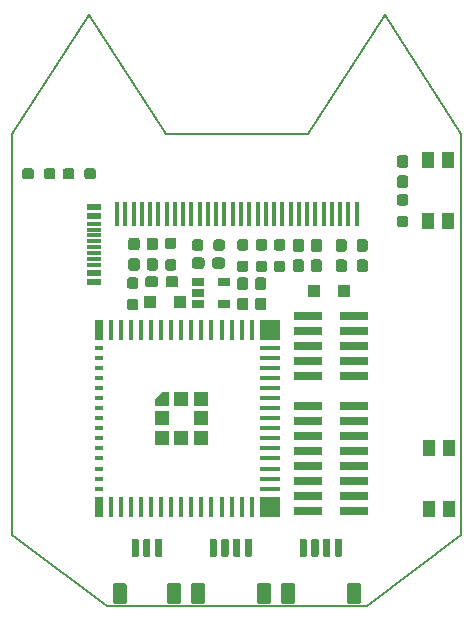
<source format=gbr>
%TF.GenerationSoftware,KiCad,Pcbnew,5.1.5+dfsg1-2build2*%
%TF.CreationDate,2022-05-20T22:28:17-07:00*%
%TF.ProjectId,v1.0-RubberNugget,76312e30-2d52-4756-9262-65724e756767,rev?*%
%TF.SameCoordinates,Original*%
%TF.FileFunction,Paste,Bot*%
%TF.FilePolarity,Positive*%
%FSLAX46Y46*%
G04 Gerber Fmt 4.6, Leading zero omitted, Abs format (unit mm)*
G04 Created by KiCad (PCBNEW 5.1.5+dfsg1-2build2) date 2022-05-20 22:28:17*
%MOMM*%
%LPD*%
G04 APERTURE LIST*
%TA.AperFunction,Profile*%
%ADD10C,0.200000*%
%TD*%
%ADD11R,0.400000X2.000000*%
%ADD12C,0.150000*%
%ADD13R,1.200000X1.200000*%
%ADD14R,1.800000X1.800000*%
%ADD15R,0.800000X1.800000*%
%ADD16R,0.800000X0.400000*%
%ADD17R,0.400000X1.800000*%
%ADD18R,1.800000X0.400000*%
%ADD19R,2.400000X0.740000*%
%ADD20R,1.000000X1.000000*%
%ADD21R,1.160000X0.600000*%
%ADD22R,1.160000X0.300000*%
%ADD23R,1.060000X0.650000*%
%ADD24R,1.000000X1.450000*%
G04 APERTURE END LIST*
D10*
X-19000000Y-17000000D02*
X-19000000Y17000000D01*
X-11000000Y-23000000D02*
X-19000000Y-17000000D01*
X11000000Y-23000000D02*
X-11000000Y-23000000D01*
X19000000Y-17000000D02*
X11000000Y-23000000D01*
X19000000Y17000000D02*
X19000000Y-17000000D01*
X12500000Y27000000D02*
X19000000Y17000000D01*
X6000000Y17000000D02*
X12500000Y27000000D01*
X-6000000Y17000000D02*
X6000000Y17000000D01*
X-12500000Y27000000D02*
X-6000000Y17000000D01*
X-19000000Y17000000D02*
X-12500000Y27000000D01*
D11*
%TO.C,U2*%
X10150000Y10160000D03*
X9450000Y10160000D03*
X8750000Y10160000D03*
X8050000Y10160000D03*
X7350000Y10160000D03*
X6650000Y10160000D03*
X5950000Y10160000D03*
X5250000Y10160000D03*
X4550000Y10160000D03*
X3850000Y10160000D03*
X3150000Y10160000D03*
X2450000Y10160000D03*
X1750000Y10160000D03*
X1050000Y10160000D03*
X350000Y10160000D03*
X-350000Y10160000D03*
X-1050000Y10160000D03*
X-1750000Y10160000D03*
X-2450000Y10160000D03*
X-3150000Y10160000D03*
X-3850000Y10160000D03*
X-4550000Y10160000D03*
X-5250000Y10160000D03*
X-5950000Y10160000D03*
X-6650000Y10160000D03*
X-7350000Y10160000D03*
X-8050000Y10160000D03*
X-8750000Y10160000D03*
X-9450000Y10160000D03*
X-10150000Y10160000D03*
%TD*%
D12*
%TO.C,C2*%
G36*
X2292779Y3102856D02*
G01*
X2315834Y3099437D01*
X2338443Y3093773D01*
X2360387Y3085921D01*
X2381457Y3075956D01*
X2401448Y3063974D01*
X2420168Y3050090D01*
X2437438Y3034438D01*
X2453090Y3017168D01*
X2466974Y2998448D01*
X2478956Y2978457D01*
X2488921Y2957387D01*
X2496773Y2935443D01*
X2502437Y2912834D01*
X2505856Y2889779D01*
X2507000Y2866500D01*
X2507000Y2266500D01*
X2505856Y2243221D01*
X2502437Y2220166D01*
X2496773Y2197557D01*
X2488921Y2175613D01*
X2478956Y2154543D01*
X2466974Y2134552D01*
X2453090Y2115832D01*
X2437438Y2098562D01*
X2420168Y2082910D01*
X2401448Y2069026D01*
X2381457Y2057044D01*
X2360387Y2047079D01*
X2338443Y2039227D01*
X2315834Y2033563D01*
X2292779Y2030144D01*
X2269500Y2029000D01*
X1794500Y2029000D01*
X1771221Y2030144D01*
X1748166Y2033563D01*
X1725557Y2039227D01*
X1703613Y2047079D01*
X1682543Y2057044D01*
X1662552Y2069026D01*
X1643832Y2082910D01*
X1626562Y2098562D01*
X1610910Y2115832D01*
X1597026Y2134552D01*
X1585044Y2154543D01*
X1575079Y2175613D01*
X1567227Y2197557D01*
X1561563Y2220166D01*
X1558144Y2243221D01*
X1557000Y2266500D01*
X1557000Y2866500D01*
X1558144Y2889779D01*
X1561563Y2912834D01*
X1567227Y2935443D01*
X1575079Y2957387D01*
X1585044Y2978457D01*
X1597026Y2998448D01*
X1610910Y3017168D01*
X1626562Y3034438D01*
X1643832Y3050090D01*
X1662552Y3063974D01*
X1682543Y3075956D01*
X1703613Y3085921D01*
X1725557Y3093773D01*
X1748166Y3099437D01*
X1771221Y3102856D01*
X1794500Y3104000D01*
X2269500Y3104000D01*
X2292779Y3102856D01*
G37*
G36*
X2292779Y4827856D02*
G01*
X2315834Y4824437D01*
X2338443Y4818773D01*
X2360387Y4810921D01*
X2381457Y4800956D01*
X2401448Y4788974D01*
X2420168Y4775090D01*
X2437438Y4759438D01*
X2453090Y4742168D01*
X2466974Y4723448D01*
X2478956Y4703457D01*
X2488921Y4682387D01*
X2496773Y4660443D01*
X2502437Y4637834D01*
X2505856Y4614779D01*
X2507000Y4591500D01*
X2507000Y3991500D01*
X2505856Y3968221D01*
X2502437Y3945166D01*
X2496773Y3922557D01*
X2488921Y3900613D01*
X2478956Y3879543D01*
X2466974Y3859552D01*
X2453090Y3840832D01*
X2437438Y3823562D01*
X2420168Y3807910D01*
X2401448Y3794026D01*
X2381457Y3782044D01*
X2360387Y3772079D01*
X2338443Y3764227D01*
X2315834Y3758563D01*
X2292779Y3755144D01*
X2269500Y3754000D01*
X1794500Y3754000D01*
X1771221Y3755144D01*
X1748166Y3758563D01*
X1725557Y3764227D01*
X1703613Y3772079D01*
X1682543Y3782044D01*
X1662552Y3794026D01*
X1643832Y3807910D01*
X1626562Y3823562D01*
X1610910Y3840832D01*
X1597026Y3859552D01*
X1585044Y3879543D01*
X1575079Y3900613D01*
X1567227Y3922557D01*
X1561563Y3945166D01*
X1558144Y3968221D01*
X1557000Y3991500D01*
X1557000Y4591500D01*
X1558144Y4614779D01*
X1561563Y4637834D01*
X1567227Y4660443D01*
X1575079Y4682387D01*
X1585044Y4703457D01*
X1597026Y4723448D01*
X1610910Y4742168D01*
X1626562Y4759438D01*
X1643832Y4775090D01*
X1662552Y4788974D01*
X1682543Y4800956D01*
X1703613Y4810921D01*
X1725557Y4818773D01*
X1748166Y4824437D01*
X1771221Y4827856D01*
X1794500Y4829000D01*
X2269500Y4829000D01*
X2292779Y4827856D01*
G37*
%TD*%
%TO.C,J3*%
G36*
X-9545495Y-21042204D02*
G01*
X-9521227Y-21045804D01*
X-9497428Y-21051765D01*
X-9474329Y-21060030D01*
X-9452150Y-21070520D01*
X-9431107Y-21083132D01*
X-9411401Y-21097747D01*
X-9393223Y-21114223D01*
X-9376747Y-21132401D01*
X-9362132Y-21152107D01*
X-9349520Y-21173150D01*
X-9339030Y-21195329D01*
X-9330765Y-21218428D01*
X-9324804Y-21242227D01*
X-9321204Y-21266495D01*
X-9320000Y-21290999D01*
X-9320000Y-22591001D01*
X-9321204Y-22615505D01*
X-9324804Y-22639773D01*
X-9330765Y-22663572D01*
X-9339030Y-22686671D01*
X-9349520Y-22708850D01*
X-9362132Y-22729893D01*
X-9376747Y-22749599D01*
X-9393223Y-22767777D01*
X-9411401Y-22784253D01*
X-9431107Y-22798868D01*
X-9452150Y-22811480D01*
X-9474329Y-22821970D01*
X-9497428Y-22830235D01*
X-9521227Y-22836196D01*
X-9545495Y-22839796D01*
X-9569999Y-22841000D01*
X-10270001Y-22841000D01*
X-10294505Y-22839796D01*
X-10318773Y-22836196D01*
X-10342572Y-22830235D01*
X-10365671Y-22821970D01*
X-10387850Y-22811480D01*
X-10408893Y-22798868D01*
X-10428599Y-22784253D01*
X-10446777Y-22767777D01*
X-10463253Y-22749599D01*
X-10477868Y-22729893D01*
X-10490480Y-22708850D01*
X-10500970Y-22686671D01*
X-10509235Y-22663572D01*
X-10515196Y-22639773D01*
X-10518796Y-22615505D01*
X-10520000Y-22591001D01*
X-10520000Y-21290999D01*
X-10518796Y-21266495D01*
X-10515196Y-21242227D01*
X-10509235Y-21218428D01*
X-10500970Y-21195329D01*
X-10490480Y-21173150D01*
X-10477868Y-21152107D01*
X-10463253Y-21132401D01*
X-10446777Y-21114223D01*
X-10428599Y-21097747D01*
X-10408893Y-21083132D01*
X-10387850Y-21070520D01*
X-10365671Y-21060030D01*
X-10342572Y-21051765D01*
X-10318773Y-21045804D01*
X-10294505Y-21042204D01*
X-10270001Y-21041000D01*
X-9569999Y-21041000D01*
X-9545495Y-21042204D01*
G37*
G36*
X-4945495Y-21042204D02*
G01*
X-4921227Y-21045804D01*
X-4897428Y-21051765D01*
X-4874329Y-21060030D01*
X-4852150Y-21070520D01*
X-4831107Y-21083132D01*
X-4811401Y-21097747D01*
X-4793223Y-21114223D01*
X-4776747Y-21132401D01*
X-4762132Y-21152107D01*
X-4749520Y-21173150D01*
X-4739030Y-21195329D01*
X-4730765Y-21218428D01*
X-4724804Y-21242227D01*
X-4721204Y-21266495D01*
X-4720000Y-21290999D01*
X-4720000Y-22591001D01*
X-4721204Y-22615505D01*
X-4724804Y-22639773D01*
X-4730765Y-22663572D01*
X-4739030Y-22686671D01*
X-4749520Y-22708850D01*
X-4762132Y-22729893D01*
X-4776747Y-22749599D01*
X-4793223Y-22767777D01*
X-4811401Y-22784253D01*
X-4831107Y-22798868D01*
X-4852150Y-22811480D01*
X-4874329Y-22821970D01*
X-4897428Y-22830235D01*
X-4921227Y-22836196D01*
X-4945495Y-22839796D01*
X-4969999Y-22841000D01*
X-5670001Y-22841000D01*
X-5694505Y-22839796D01*
X-5718773Y-22836196D01*
X-5742572Y-22830235D01*
X-5765671Y-22821970D01*
X-5787850Y-22811480D01*
X-5808893Y-22798868D01*
X-5828599Y-22784253D01*
X-5846777Y-22767777D01*
X-5863253Y-22749599D01*
X-5877868Y-22729893D01*
X-5890480Y-22708850D01*
X-5900970Y-22686671D01*
X-5909235Y-22663572D01*
X-5915196Y-22639773D01*
X-5918796Y-22615505D01*
X-5920000Y-22591001D01*
X-5920000Y-21290999D01*
X-5918796Y-21266495D01*
X-5915196Y-21242227D01*
X-5909235Y-21218428D01*
X-5900970Y-21195329D01*
X-5890480Y-21173150D01*
X-5877868Y-21152107D01*
X-5863253Y-21132401D01*
X-5846777Y-21114223D01*
X-5828599Y-21097747D01*
X-5808893Y-21083132D01*
X-5787850Y-21070520D01*
X-5765671Y-21060030D01*
X-5742572Y-21051765D01*
X-5718773Y-21045804D01*
X-5694505Y-21042204D01*
X-5670001Y-21041000D01*
X-4969999Y-21041000D01*
X-4945495Y-21042204D01*
G37*
G36*
X-8455297Y-17291722D02*
G01*
X-8440736Y-17293882D01*
X-8426457Y-17297459D01*
X-8412597Y-17302418D01*
X-8399290Y-17308712D01*
X-8386664Y-17316280D01*
X-8374841Y-17325048D01*
X-8363934Y-17334934D01*
X-8354048Y-17345841D01*
X-8345280Y-17357664D01*
X-8337712Y-17370290D01*
X-8331418Y-17383597D01*
X-8326459Y-17397457D01*
X-8322882Y-17411736D01*
X-8320722Y-17426297D01*
X-8320000Y-17441000D01*
X-8320000Y-18691000D01*
X-8320722Y-18705703D01*
X-8322882Y-18720264D01*
X-8326459Y-18734543D01*
X-8331418Y-18748403D01*
X-8337712Y-18761710D01*
X-8345280Y-18774336D01*
X-8354048Y-18786159D01*
X-8363934Y-18797066D01*
X-8374841Y-18806952D01*
X-8386664Y-18815720D01*
X-8399290Y-18823288D01*
X-8412597Y-18829582D01*
X-8426457Y-18834541D01*
X-8440736Y-18838118D01*
X-8455297Y-18840278D01*
X-8470000Y-18841000D01*
X-8770000Y-18841000D01*
X-8784703Y-18840278D01*
X-8799264Y-18838118D01*
X-8813543Y-18834541D01*
X-8827403Y-18829582D01*
X-8840710Y-18823288D01*
X-8853336Y-18815720D01*
X-8865159Y-18806952D01*
X-8876066Y-18797066D01*
X-8885952Y-18786159D01*
X-8894720Y-18774336D01*
X-8902288Y-18761710D01*
X-8908582Y-18748403D01*
X-8913541Y-18734543D01*
X-8917118Y-18720264D01*
X-8919278Y-18705703D01*
X-8920000Y-18691000D01*
X-8920000Y-17441000D01*
X-8919278Y-17426297D01*
X-8917118Y-17411736D01*
X-8913541Y-17397457D01*
X-8908582Y-17383597D01*
X-8902288Y-17370290D01*
X-8894720Y-17357664D01*
X-8885952Y-17345841D01*
X-8876066Y-17334934D01*
X-8865159Y-17325048D01*
X-8853336Y-17316280D01*
X-8840710Y-17308712D01*
X-8827403Y-17302418D01*
X-8813543Y-17297459D01*
X-8799264Y-17293882D01*
X-8784703Y-17291722D01*
X-8770000Y-17291000D01*
X-8470000Y-17291000D01*
X-8455297Y-17291722D01*
G37*
G36*
X-7455297Y-17291722D02*
G01*
X-7440736Y-17293882D01*
X-7426457Y-17297459D01*
X-7412597Y-17302418D01*
X-7399290Y-17308712D01*
X-7386664Y-17316280D01*
X-7374841Y-17325048D01*
X-7363934Y-17334934D01*
X-7354048Y-17345841D01*
X-7345280Y-17357664D01*
X-7337712Y-17370290D01*
X-7331418Y-17383597D01*
X-7326459Y-17397457D01*
X-7322882Y-17411736D01*
X-7320722Y-17426297D01*
X-7320000Y-17441000D01*
X-7320000Y-18691000D01*
X-7320722Y-18705703D01*
X-7322882Y-18720264D01*
X-7326459Y-18734543D01*
X-7331418Y-18748403D01*
X-7337712Y-18761710D01*
X-7345280Y-18774336D01*
X-7354048Y-18786159D01*
X-7363934Y-18797066D01*
X-7374841Y-18806952D01*
X-7386664Y-18815720D01*
X-7399290Y-18823288D01*
X-7412597Y-18829582D01*
X-7426457Y-18834541D01*
X-7440736Y-18838118D01*
X-7455297Y-18840278D01*
X-7470000Y-18841000D01*
X-7770000Y-18841000D01*
X-7784703Y-18840278D01*
X-7799264Y-18838118D01*
X-7813543Y-18834541D01*
X-7827403Y-18829582D01*
X-7840710Y-18823288D01*
X-7853336Y-18815720D01*
X-7865159Y-18806952D01*
X-7876066Y-18797066D01*
X-7885952Y-18786159D01*
X-7894720Y-18774336D01*
X-7902288Y-18761710D01*
X-7908582Y-18748403D01*
X-7913541Y-18734543D01*
X-7917118Y-18720264D01*
X-7919278Y-18705703D01*
X-7920000Y-18691000D01*
X-7920000Y-17441000D01*
X-7919278Y-17426297D01*
X-7917118Y-17411736D01*
X-7913541Y-17397457D01*
X-7908582Y-17383597D01*
X-7902288Y-17370290D01*
X-7894720Y-17357664D01*
X-7885952Y-17345841D01*
X-7876066Y-17334934D01*
X-7865159Y-17325048D01*
X-7853336Y-17316280D01*
X-7840710Y-17308712D01*
X-7827403Y-17302418D01*
X-7813543Y-17297459D01*
X-7799264Y-17293882D01*
X-7784703Y-17291722D01*
X-7770000Y-17291000D01*
X-7470000Y-17291000D01*
X-7455297Y-17291722D01*
G37*
G36*
X-6455297Y-17291722D02*
G01*
X-6440736Y-17293882D01*
X-6426457Y-17297459D01*
X-6412597Y-17302418D01*
X-6399290Y-17308712D01*
X-6386664Y-17316280D01*
X-6374841Y-17325048D01*
X-6363934Y-17334934D01*
X-6354048Y-17345841D01*
X-6345280Y-17357664D01*
X-6337712Y-17370290D01*
X-6331418Y-17383597D01*
X-6326459Y-17397457D01*
X-6322882Y-17411736D01*
X-6320722Y-17426297D01*
X-6320000Y-17441000D01*
X-6320000Y-18691000D01*
X-6320722Y-18705703D01*
X-6322882Y-18720264D01*
X-6326459Y-18734543D01*
X-6331418Y-18748403D01*
X-6337712Y-18761710D01*
X-6345280Y-18774336D01*
X-6354048Y-18786159D01*
X-6363934Y-18797066D01*
X-6374841Y-18806952D01*
X-6386664Y-18815720D01*
X-6399290Y-18823288D01*
X-6412597Y-18829582D01*
X-6426457Y-18834541D01*
X-6440736Y-18838118D01*
X-6455297Y-18840278D01*
X-6470000Y-18841000D01*
X-6770000Y-18841000D01*
X-6784703Y-18840278D01*
X-6799264Y-18838118D01*
X-6813543Y-18834541D01*
X-6827403Y-18829582D01*
X-6840710Y-18823288D01*
X-6853336Y-18815720D01*
X-6865159Y-18806952D01*
X-6876066Y-18797066D01*
X-6885952Y-18786159D01*
X-6894720Y-18774336D01*
X-6902288Y-18761710D01*
X-6908582Y-18748403D01*
X-6913541Y-18734543D01*
X-6917118Y-18720264D01*
X-6919278Y-18705703D01*
X-6920000Y-18691000D01*
X-6920000Y-17441000D01*
X-6919278Y-17426297D01*
X-6917118Y-17411736D01*
X-6913541Y-17397457D01*
X-6908582Y-17383597D01*
X-6902288Y-17370290D01*
X-6894720Y-17357664D01*
X-6885952Y-17345841D01*
X-6876066Y-17334934D01*
X-6865159Y-17325048D01*
X-6853336Y-17316280D01*
X-6840710Y-17308712D01*
X-6827403Y-17302418D01*
X-6813543Y-17297459D01*
X-6799264Y-17293882D01*
X-6784703Y-17291722D01*
X-6770000Y-17291000D01*
X-6470000Y-17291000D01*
X-6455297Y-17291722D01*
G37*
%TD*%
D13*
%TO.C,U1*%
X-3049000Y-5462000D03*
X-3049000Y-8762000D03*
X-6349000Y-8762000D03*
D12*
G36*
X-6949000Y-6062000D02*
G01*
X-6949000Y-5462000D01*
X-6349000Y-4862000D01*
X-5749000Y-4862000D01*
X-5749000Y-6062000D01*
X-6949000Y-6062000D01*
G37*
D13*
X-3049000Y-7112000D03*
X-4699000Y-5462000D03*
X-6349000Y-7112000D03*
X-4699000Y-8762000D03*
D14*
X2801000Y-14612000D03*
X2801000Y388000D03*
D15*
X-11699000Y-14612000D03*
X-11699000Y388000D03*
D16*
X-11699000Y-1162000D03*
X-11699000Y-2012000D03*
X-11699000Y-2862000D03*
X-11699000Y-3712000D03*
X-11699000Y-4562000D03*
X-11699000Y-5412000D03*
X-11699000Y-6262000D03*
X-11699000Y-7112000D03*
X-11699000Y-7962000D03*
X-11699000Y-8812000D03*
X-11699000Y-9662000D03*
X-11699000Y-10512000D03*
X-11699000Y-11362000D03*
X-11699000Y-12212000D03*
X-11699000Y-13062000D03*
D17*
X-10649000Y-14612000D03*
X-9799000Y-14620000D03*
X-8949000Y-14620000D03*
X-8099000Y-14620000D03*
X-7249000Y-14620000D03*
X-6399000Y-14620000D03*
X-5549000Y-14620000D03*
X-4699000Y-14620000D03*
X-3849000Y-14620000D03*
X-2999000Y-14620000D03*
X-2149000Y-14620000D03*
X-1299000Y-14620000D03*
X-449000Y-14620000D03*
X401000Y-14620000D03*
X1251000Y-14620000D03*
D18*
X2801000Y-13062000D03*
X2801000Y-12212000D03*
X2801000Y-11362000D03*
X2801000Y-10512000D03*
X2801000Y-9662000D03*
X2801000Y-8812000D03*
X2801000Y-7962000D03*
X2801000Y-7112000D03*
X2801000Y-6262000D03*
X2801000Y-5412000D03*
X2801000Y-4562000D03*
X2801000Y-3712000D03*
X2801000Y-2862000D03*
X2801000Y-2012000D03*
X2801000Y-1162000D03*
D17*
X1251000Y396000D03*
X401000Y396000D03*
X-449000Y396000D03*
X-1299000Y396000D03*
X-2149000Y396000D03*
X-2999000Y396000D03*
X-3849000Y396000D03*
X-4699000Y396000D03*
X-5549000Y396000D03*
X-6399000Y396000D03*
X-7249000Y396000D03*
X-8099000Y396000D03*
X-8949000Y396000D03*
X-9799000Y396000D03*
X-10649000Y388000D03*
%TD*%
D19*
%TO.C,J6*%
X6050000Y-3540000D03*
X9950000Y-3540000D03*
X6050000Y-2270000D03*
X9950000Y-2270000D03*
X6050000Y-1000000D03*
X9950000Y-1000000D03*
X6050000Y270000D03*
X9950000Y270000D03*
X6050000Y1540000D03*
X9950000Y1540000D03*
%TD*%
D12*
%TO.C,J5*%
G36*
X4686505Y-21042204D02*
G01*
X4710773Y-21045804D01*
X4734572Y-21051765D01*
X4757671Y-21060030D01*
X4779850Y-21070520D01*
X4800893Y-21083132D01*
X4820599Y-21097747D01*
X4838777Y-21114223D01*
X4855253Y-21132401D01*
X4869868Y-21152107D01*
X4882480Y-21173150D01*
X4892970Y-21195329D01*
X4901235Y-21218428D01*
X4907196Y-21242227D01*
X4910796Y-21266495D01*
X4912000Y-21290999D01*
X4912000Y-22591001D01*
X4910796Y-22615505D01*
X4907196Y-22639773D01*
X4901235Y-22663572D01*
X4892970Y-22686671D01*
X4882480Y-22708850D01*
X4869868Y-22729893D01*
X4855253Y-22749599D01*
X4838777Y-22767777D01*
X4820599Y-22784253D01*
X4800893Y-22798868D01*
X4779850Y-22811480D01*
X4757671Y-22821970D01*
X4734572Y-22830235D01*
X4710773Y-22836196D01*
X4686505Y-22839796D01*
X4662001Y-22841000D01*
X3961999Y-22841000D01*
X3937495Y-22839796D01*
X3913227Y-22836196D01*
X3889428Y-22830235D01*
X3866329Y-22821970D01*
X3844150Y-22811480D01*
X3823107Y-22798868D01*
X3803401Y-22784253D01*
X3785223Y-22767777D01*
X3768747Y-22749599D01*
X3754132Y-22729893D01*
X3741520Y-22708850D01*
X3731030Y-22686671D01*
X3722765Y-22663572D01*
X3716804Y-22639773D01*
X3713204Y-22615505D01*
X3712000Y-22591001D01*
X3712000Y-21290999D01*
X3713204Y-21266495D01*
X3716804Y-21242227D01*
X3722765Y-21218428D01*
X3731030Y-21195329D01*
X3741520Y-21173150D01*
X3754132Y-21152107D01*
X3768747Y-21132401D01*
X3785223Y-21114223D01*
X3803401Y-21097747D01*
X3823107Y-21083132D01*
X3844150Y-21070520D01*
X3866329Y-21060030D01*
X3889428Y-21051765D01*
X3913227Y-21045804D01*
X3937495Y-21042204D01*
X3961999Y-21041000D01*
X4662001Y-21041000D01*
X4686505Y-21042204D01*
G37*
G36*
X10286505Y-21042204D02*
G01*
X10310773Y-21045804D01*
X10334572Y-21051765D01*
X10357671Y-21060030D01*
X10379850Y-21070520D01*
X10400893Y-21083132D01*
X10420599Y-21097747D01*
X10438777Y-21114223D01*
X10455253Y-21132401D01*
X10469868Y-21152107D01*
X10482480Y-21173150D01*
X10492970Y-21195329D01*
X10501235Y-21218428D01*
X10507196Y-21242227D01*
X10510796Y-21266495D01*
X10512000Y-21290999D01*
X10512000Y-22591001D01*
X10510796Y-22615505D01*
X10507196Y-22639773D01*
X10501235Y-22663572D01*
X10492970Y-22686671D01*
X10482480Y-22708850D01*
X10469868Y-22729893D01*
X10455253Y-22749599D01*
X10438777Y-22767777D01*
X10420599Y-22784253D01*
X10400893Y-22798868D01*
X10379850Y-22811480D01*
X10357671Y-22821970D01*
X10334572Y-22830235D01*
X10310773Y-22836196D01*
X10286505Y-22839796D01*
X10262001Y-22841000D01*
X9561999Y-22841000D01*
X9537495Y-22839796D01*
X9513227Y-22836196D01*
X9489428Y-22830235D01*
X9466329Y-22821970D01*
X9444150Y-22811480D01*
X9423107Y-22798868D01*
X9403401Y-22784253D01*
X9385223Y-22767777D01*
X9368747Y-22749599D01*
X9354132Y-22729893D01*
X9341520Y-22708850D01*
X9331030Y-22686671D01*
X9322765Y-22663572D01*
X9316804Y-22639773D01*
X9313204Y-22615505D01*
X9312000Y-22591001D01*
X9312000Y-21290999D01*
X9313204Y-21266495D01*
X9316804Y-21242227D01*
X9322765Y-21218428D01*
X9331030Y-21195329D01*
X9341520Y-21173150D01*
X9354132Y-21152107D01*
X9368747Y-21132401D01*
X9385223Y-21114223D01*
X9403401Y-21097747D01*
X9423107Y-21083132D01*
X9444150Y-21070520D01*
X9466329Y-21060030D01*
X9489428Y-21051765D01*
X9513227Y-21045804D01*
X9537495Y-21042204D01*
X9561999Y-21041000D01*
X10262001Y-21041000D01*
X10286505Y-21042204D01*
G37*
G36*
X5776703Y-17291722D02*
G01*
X5791264Y-17293882D01*
X5805543Y-17297459D01*
X5819403Y-17302418D01*
X5832710Y-17308712D01*
X5845336Y-17316280D01*
X5857159Y-17325048D01*
X5868066Y-17334934D01*
X5877952Y-17345841D01*
X5886720Y-17357664D01*
X5894288Y-17370290D01*
X5900582Y-17383597D01*
X5905541Y-17397457D01*
X5909118Y-17411736D01*
X5911278Y-17426297D01*
X5912000Y-17441000D01*
X5912000Y-18691000D01*
X5911278Y-18705703D01*
X5909118Y-18720264D01*
X5905541Y-18734543D01*
X5900582Y-18748403D01*
X5894288Y-18761710D01*
X5886720Y-18774336D01*
X5877952Y-18786159D01*
X5868066Y-18797066D01*
X5857159Y-18806952D01*
X5845336Y-18815720D01*
X5832710Y-18823288D01*
X5819403Y-18829582D01*
X5805543Y-18834541D01*
X5791264Y-18838118D01*
X5776703Y-18840278D01*
X5762000Y-18841000D01*
X5462000Y-18841000D01*
X5447297Y-18840278D01*
X5432736Y-18838118D01*
X5418457Y-18834541D01*
X5404597Y-18829582D01*
X5391290Y-18823288D01*
X5378664Y-18815720D01*
X5366841Y-18806952D01*
X5355934Y-18797066D01*
X5346048Y-18786159D01*
X5337280Y-18774336D01*
X5329712Y-18761710D01*
X5323418Y-18748403D01*
X5318459Y-18734543D01*
X5314882Y-18720264D01*
X5312722Y-18705703D01*
X5312000Y-18691000D01*
X5312000Y-17441000D01*
X5312722Y-17426297D01*
X5314882Y-17411736D01*
X5318459Y-17397457D01*
X5323418Y-17383597D01*
X5329712Y-17370290D01*
X5337280Y-17357664D01*
X5346048Y-17345841D01*
X5355934Y-17334934D01*
X5366841Y-17325048D01*
X5378664Y-17316280D01*
X5391290Y-17308712D01*
X5404597Y-17302418D01*
X5418457Y-17297459D01*
X5432736Y-17293882D01*
X5447297Y-17291722D01*
X5462000Y-17291000D01*
X5762000Y-17291000D01*
X5776703Y-17291722D01*
G37*
G36*
X6776703Y-17291722D02*
G01*
X6791264Y-17293882D01*
X6805543Y-17297459D01*
X6819403Y-17302418D01*
X6832710Y-17308712D01*
X6845336Y-17316280D01*
X6857159Y-17325048D01*
X6868066Y-17334934D01*
X6877952Y-17345841D01*
X6886720Y-17357664D01*
X6894288Y-17370290D01*
X6900582Y-17383597D01*
X6905541Y-17397457D01*
X6909118Y-17411736D01*
X6911278Y-17426297D01*
X6912000Y-17441000D01*
X6912000Y-18691000D01*
X6911278Y-18705703D01*
X6909118Y-18720264D01*
X6905541Y-18734543D01*
X6900582Y-18748403D01*
X6894288Y-18761710D01*
X6886720Y-18774336D01*
X6877952Y-18786159D01*
X6868066Y-18797066D01*
X6857159Y-18806952D01*
X6845336Y-18815720D01*
X6832710Y-18823288D01*
X6819403Y-18829582D01*
X6805543Y-18834541D01*
X6791264Y-18838118D01*
X6776703Y-18840278D01*
X6762000Y-18841000D01*
X6462000Y-18841000D01*
X6447297Y-18840278D01*
X6432736Y-18838118D01*
X6418457Y-18834541D01*
X6404597Y-18829582D01*
X6391290Y-18823288D01*
X6378664Y-18815720D01*
X6366841Y-18806952D01*
X6355934Y-18797066D01*
X6346048Y-18786159D01*
X6337280Y-18774336D01*
X6329712Y-18761710D01*
X6323418Y-18748403D01*
X6318459Y-18734543D01*
X6314882Y-18720264D01*
X6312722Y-18705703D01*
X6312000Y-18691000D01*
X6312000Y-17441000D01*
X6312722Y-17426297D01*
X6314882Y-17411736D01*
X6318459Y-17397457D01*
X6323418Y-17383597D01*
X6329712Y-17370290D01*
X6337280Y-17357664D01*
X6346048Y-17345841D01*
X6355934Y-17334934D01*
X6366841Y-17325048D01*
X6378664Y-17316280D01*
X6391290Y-17308712D01*
X6404597Y-17302418D01*
X6418457Y-17297459D01*
X6432736Y-17293882D01*
X6447297Y-17291722D01*
X6462000Y-17291000D01*
X6762000Y-17291000D01*
X6776703Y-17291722D01*
G37*
G36*
X7776703Y-17291722D02*
G01*
X7791264Y-17293882D01*
X7805543Y-17297459D01*
X7819403Y-17302418D01*
X7832710Y-17308712D01*
X7845336Y-17316280D01*
X7857159Y-17325048D01*
X7868066Y-17334934D01*
X7877952Y-17345841D01*
X7886720Y-17357664D01*
X7894288Y-17370290D01*
X7900582Y-17383597D01*
X7905541Y-17397457D01*
X7909118Y-17411736D01*
X7911278Y-17426297D01*
X7912000Y-17441000D01*
X7912000Y-18691000D01*
X7911278Y-18705703D01*
X7909118Y-18720264D01*
X7905541Y-18734543D01*
X7900582Y-18748403D01*
X7894288Y-18761710D01*
X7886720Y-18774336D01*
X7877952Y-18786159D01*
X7868066Y-18797066D01*
X7857159Y-18806952D01*
X7845336Y-18815720D01*
X7832710Y-18823288D01*
X7819403Y-18829582D01*
X7805543Y-18834541D01*
X7791264Y-18838118D01*
X7776703Y-18840278D01*
X7762000Y-18841000D01*
X7462000Y-18841000D01*
X7447297Y-18840278D01*
X7432736Y-18838118D01*
X7418457Y-18834541D01*
X7404597Y-18829582D01*
X7391290Y-18823288D01*
X7378664Y-18815720D01*
X7366841Y-18806952D01*
X7355934Y-18797066D01*
X7346048Y-18786159D01*
X7337280Y-18774336D01*
X7329712Y-18761710D01*
X7323418Y-18748403D01*
X7318459Y-18734543D01*
X7314882Y-18720264D01*
X7312722Y-18705703D01*
X7312000Y-18691000D01*
X7312000Y-17441000D01*
X7312722Y-17426297D01*
X7314882Y-17411736D01*
X7318459Y-17397457D01*
X7323418Y-17383597D01*
X7329712Y-17370290D01*
X7337280Y-17357664D01*
X7346048Y-17345841D01*
X7355934Y-17334934D01*
X7366841Y-17325048D01*
X7378664Y-17316280D01*
X7391290Y-17308712D01*
X7404597Y-17302418D01*
X7418457Y-17297459D01*
X7432736Y-17293882D01*
X7447297Y-17291722D01*
X7462000Y-17291000D01*
X7762000Y-17291000D01*
X7776703Y-17291722D01*
G37*
G36*
X8776703Y-17291722D02*
G01*
X8791264Y-17293882D01*
X8805543Y-17297459D01*
X8819403Y-17302418D01*
X8832710Y-17308712D01*
X8845336Y-17316280D01*
X8857159Y-17325048D01*
X8868066Y-17334934D01*
X8877952Y-17345841D01*
X8886720Y-17357664D01*
X8894288Y-17370290D01*
X8900582Y-17383597D01*
X8905541Y-17397457D01*
X8909118Y-17411736D01*
X8911278Y-17426297D01*
X8912000Y-17441000D01*
X8912000Y-18691000D01*
X8911278Y-18705703D01*
X8909118Y-18720264D01*
X8905541Y-18734543D01*
X8900582Y-18748403D01*
X8894288Y-18761710D01*
X8886720Y-18774336D01*
X8877952Y-18786159D01*
X8868066Y-18797066D01*
X8857159Y-18806952D01*
X8845336Y-18815720D01*
X8832710Y-18823288D01*
X8819403Y-18829582D01*
X8805543Y-18834541D01*
X8791264Y-18838118D01*
X8776703Y-18840278D01*
X8762000Y-18841000D01*
X8462000Y-18841000D01*
X8447297Y-18840278D01*
X8432736Y-18838118D01*
X8418457Y-18834541D01*
X8404597Y-18829582D01*
X8391290Y-18823288D01*
X8378664Y-18815720D01*
X8366841Y-18806952D01*
X8355934Y-18797066D01*
X8346048Y-18786159D01*
X8337280Y-18774336D01*
X8329712Y-18761710D01*
X8323418Y-18748403D01*
X8318459Y-18734543D01*
X8314882Y-18720264D01*
X8312722Y-18705703D01*
X8312000Y-18691000D01*
X8312000Y-17441000D01*
X8312722Y-17426297D01*
X8314882Y-17411736D01*
X8318459Y-17397457D01*
X8323418Y-17383597D01*
X8329712Y-17370290D01*
X8337280Y-17357664D01*
X8346048Y-17345841D01*
X8355934Y-17334934D01*
X8366841Y-17325048D01*
X8378664Y-17316280D01*
X8391290Y-17308712D01*
X8404597Y-17302418D01*
X8418457Y-17297459D01*
X8432736Y-17293882D01*
X8447297Y-17291722D01*
X8462000Y-17291000D01*
X8762000Y-17291000D01*
X8776703Y-17291722D01*
G37*
%TD*%
D19*
%TO.C,J4*%
X6050000Y-14945000D03*
X9950000Y-14945000D03*
X6050000Y-13675000D03*
X9950000Y-13675000D03*
X6050000Y-12405000D03*
X9950000Y-12405000D03*
X6050000Y-11135000D03*
X9950000Y-11135000D03*
X6050000Y-9865000D03*
X9950000Y-9865000D03*
X6050000Y-8595000D03*
X9950000Y-8595000D03*
X6050000Y-7325000D03*
X9950000Y-7325000D03*
X6050000Y-6055000D03*
X9950000Y-6055000D03*
%TD*%
D20*
%TO.C,D2*%
X-7346000Y2730500D03*
X-4846000Y2730500D03*
%TD*%
D12*
%TO.C,R5*%
G36*
X-8565721Y3002856D02*
G01*
X-8542666Y2999437D01*
X-8520057Y2993773D01*
X-8498113Y2985921D01*
X-8477043Y2975956D01*
X-8457052Y2963974D01*
X-8438332Y2950090D01*
X-8421062Y2934438D01*
X-8405410Y2917168D01*
X-8391526Y2898448D01*
X-8379544Y2878457D01*
X-8369579Y2857387D01*
X-8361727Y2835443D01*
X-8356063Y2812834D01*
X-8352644Y2789779D01*
X-8351500Y2766500D01*
X-8351500Y2266500D01*
X-8352644Y2243221D01*
X-8356063Y2220166D01*
X-8361727Y2197557D01*
X-8369579Y2175613D01*
X-8379544Y2154543D01*
X-8391526Y2134552D01*
X-8405410Y2115832D01*
X-8421062Y2098562D01*
X-8438332Y2082910D01*
X-8457052Y2069026D01*
X-8477043Y2057044D01*
X-8498113Y2047079D01*
X-8520057Y2039227D01*
X-8542666Y2033563D01*
X-8565721Y2030144D01*
X-8589000Y2029000D01*
X-9064000Y2029000D01*
X-9087279Y2030144D01*
X-9110334Y2033563D01*
X-9132943Y2039227D01*
X-9154887Y2047079D01*
X-9175957Y2057044D01*
X-9195948Y2069026D01*
X-9214668Y2082910D01*
X-9231938Y2098562D01*
X-9247590Y2115832D01*
X-9261474Y2134552D01*
X-9273456Y2154543D01*
X-9283421Y2175613D01*
X-9291273Y2197557D01*
X-9296937Y2220166D01*
X-9300356Y2243221D01*
X-9301500Y2266500D01*
X-9301500Y2766500D01*
X-9300356Y2789779D01*
X-9296937Y2812834D01*
X-9291273Y2835443D01*
X-9283421Y2857387D01*
X-9273456Y2878457D01*
X-9261474Y2898448D01*
X-9247590Y2917168D01*
X-9231938Y2934438D01*
X-9214668Y2950090D01*
X-9195948Y2963974D01*
X-9175957Y2975956D01*
X-9154887Y2985921D01*
X-9132943Y2993773D01*
X-9110334Y2999437D01*
X-9087279Y3002856D01*
X-9064000Y3004000D01*
X-8589000Y3004000D01*
X-8565721Y3002856D01*
G37*
G36*
X-8565721Y4827856D02*
G01*
X-8542666Y4824437D01*
X-8520057Y4818773D01*
X-8498113Y4810921D01*
X-8477043Y4800956D01*
X-8457052Y4788974D01*
X-8438332Y4775090D01*
X-8421062Y4759438D01*
X-8405410Y4742168D01*
X-8391526Y4723448D01*
X-8379544Y4703457D01*
X-8369579Y4682387D01*
X-8361727Y4660443D01*
X-8356063Y4637834D01*
X-8352644Y4614779D01*
X-8351500Y4591500D01*
X-8351500Y4091500D01*
X-8352644Y4068221D01*
X-8356063Y4045166D01*
X-8361727Y4022557D01*
X-8369579Y4000613D01*
X-8379544Y3979543D01*
X-8391526Y3959552D01*
X-8405410Y3940832D01*
X-8421062Y3923562D01*
X-8438332Y3907910D01*
X-8457052Y3894026D01*
X-8477043Y3882044D01*
X-8498113Y3872079D01*
X-8520057Y3864227D01*
X-8542666Y3858563D01*
X-8565721Y3855144D01*
X-8589000Y3854000D01*
X-9064000Y3854000D01*
X-9087279Y3855144D01*
X-9110334Y3858563D01*
X-9132943Y3864227D01*
X-9154887Y3872079D01*
X-9175957Y3882044D01*
X-9195948Y3894026D01*
X-9214668Y3907910D01*
X-9231938Y3923562D01*
X-9247590Y3940832D01*
X-9261474Y3959552D01*
X-9273456Y3979543D01*
X-9283421Y4000613D01*
X-9291273Y4022557D01*
X-9296937Y4045166D01*
X-9300356Y4068221D01*
X-9301500Y4091500D01*
X-9301500Y4591500D01*
X-9300356Y4614779D01*
X-9296937Y4637834D01*
X-9291273Y4660443D01*
X-9283421Y4682387D01*
X-9273456Y4703457D01*
X-9261474Y4723448D01*
X-9247590Y4742168D01*
X-9231938Y4759438D01*
X-9214668Y4775090D01*
X-9195948Y4788974D01*
X-9175957Y4800956D01*
X-9154887Y4810921D01*
X-9132943Y4818773D01*
X-9110334Y4824437D01*
X-9087279Y4827856D01*
X-9064000Y4829000D01*
X-8589000Y4829000D01*
X-8565721Y4827856D01*
G37*
%TD*%
%TO.C,C1*%
G36*
X14294279Y15178356D02*
G01*
X14317334Y15174937D01*
X14339943Y15169273D01*
X14361887Y15161421D01*
X14382957Y15151456D01*
X14402948Y15139474D01*
X14421668Y15125590D01*
X14438938Y15109938D01*
X14454590Y15092668D01*
X14468474Y15073948D01*
X14480456Y15053957D01*
X14490421Y15032887D01*
X14498273Y15010943D01*
X14503937Y14988334D01*
X14507356Y14965279D01*
X14508500Y14942000D01*
X14508500Y14342000D01*
X14507356Y14318721D01*
X14503937Y14295666D01*
X14498273Y14273057D01*
X14490421Y14251113D01*
X14480456Y14230043D01*
X14468474Y14210052D01*
X14454590Y14191332D01*
X14438938Y14174062D01*
X14421668Y14158410D01*
X14402948Y14144526D01*
X14382957Y14132544D01*
X14361887Y14122579D01*
X14339943Y14114727D01*
X14317334Y14109063D01*
X14294279Y14105644D01*
X14271000Y14104500D01*
X13796000Y14104500D01*
X13772721Y14105644D01*
X13749666Y14109063D01*
X13727057Y14114727D01*
X13705113Y14122579D01*
X13684043Y14132544D01*
X13664052Y14144526D01*
X13645332Y14158410D01*
X13628062Y14174062D01*
X13612410Y14191332D01*
X13598526Y14210052D01*
X13586544Y14230043D01*
X13576579Y14251113D01*
X13568727Y14273057D01*
X13563063Y14295666D01*
X13559644Y14318721D01*
X13558500Y14342000D01*
X13558500Y14942000D01*
X13559644Y14965279D01*
X13563063Y14988334D01*
X13568727Y15010943D01*
X13576579Y15032887D01*
X13586544Y15053957D01*
X13598526Y15073948D01*
X13612410Y15092668D01*
X13628062Y15109938D01*
X13645332Y15125590D01*
X13664052Y15139474D01*
X13684043Y15151456D01*
X13705113Y15161421D01*
X13727057Y15169273D01*
X13749666Y15174937D01*
X13772721Y15178356D01*
X13796000Y15179500D01*
X14271000Y15179500D01*
X14294279Y15178356D01*
G37*
G36*
X14294279Y13453356D02*
G01*
X14317334Y13449937D01*
X14339943Y13444273D01*
X14361887Y13436421D01*
X14382957Y13426456D01*
X14402948Y13414474D01*
X14421668Y13400590D01*
X14438938Y13384938D01*
X14454590Y13367668D01*
X14468474Y13348948D01*
X14480456Y13328957D01*
X14490421Y13307887D01*
X14498273Y13285943D01*
X14503937Y13263334D01*
X14507356Y13240279D01*
X14508500Y13217000D01*
X14508500Y12617000D01*
X14507356Y12593721D01*
X14503937Y12570666D01*
X14498273Y12548057D01*
X14490421Y12526113D01*
X14480456Y12505043D01*
X14468474Y12485052D01*
X14454590Y12466332D01*
X14438938Y12449062D01*
X14421668Y12433410D01*
X14402948Y12419526D01*
X14382957Y12407544D01*
X14361887Y12397579D01*
X14339943Y12389727D01*
X14317334Y12384063D01*
X14294279Y12380644D01*
X14271000Y12379500D01*
X13796000Y12379500D01*
X13772721Y12380644D01*
X13749666Y12384063D01*
X13727057Y12389727D01*
X13705113Y12397579D01*
X13684043Y12407544D01*
X13664052Y12419526D01*
X13645332Y12433410D01*
X13628062Y12449062D01*
X13612410Y12466332D01*
X13598526Y12485052D01*
X13586544Y12505043D01*
X13576579Y12526113D01*
X13568727Y12548057D01*
X13563063Y12570666D01*
X13559644Y12593721D01*
X13558500Y12617000D01*
X13558500Y13217000D01*
X13559644Y13240279D01*
X13563063Y13263334D01*
X13568727Y13285943D01*
X13576579Y13307887D01*
X13586544Y13328957D01*
X13598526Y13348948D01*
X13612410Y13367668D01*
X13628062Y13384938D01*
X13645332Y13400590D01*
X13664052Y13414474D01*
X13684043Y13426456D01*
X13705113Y13436421D01*
X13727057Y13444273D01*
X13749666Y13449937D01*
X13772721Y13453356D01*
X13796000Y13454500D01*
X14271000Y13454500D01*
X14294279Y13453356D01*
G37*
%TD*%
%TO.C,R3*%
G36*
X14294279Y11876356D02*
G01*
X14317334Y11872937D01*
X14339943Y11867273D01*
X14361887Y11859421D01*
X14382957Y11849456D01*
X14402948Y11837474D01*
X14421668Y11823590D01*
X14438938Y11807938D01*
X14454590Y11790668D01*
X14468474Y11771948D01*
X14480456Y11751957D01*
X14490421Y11730887D01*
X14498273Y11708943D01*
X14503937Y11686334D01*
X14507356Y11663279D01*
X14508500Y11640000D01*
X14508500Y11140000D01*
X14507356Y11116721D01*
X14503937Y11093666D01*
X14498273Y11071057D01*
X14490421Y11049113D01*
X14480456Y11028043D01*
X14468474Y11008052D01*
X14454590Y10989332D01*
X14438938Y10972062D01*
X14421668Y10956410D01*
X14402948Y10942526D01*
X14382957Y10930544D01*
X14361887Y10920579D01*
X14339943Y10912727D01*
X14317334Y10907063D01*
X14294279Y10903644D01*
X14271000Y10902500D01*
X13796000Y10902500D01*
X13772721Y10903644D01*
X13749666Y10907063D01*
X13727057Y10912727D01*
X13705113Y10920579D01*
X13684043Y10930544D01*
X13664052Y10942526D01*
X13645332Y10956410D01*
X13628062Y10972062D01*
X13612410Y10989332D01*
X13598526Y11008052D01*
X13586544Y11028043D01*
X13576579Y11049113D01*
X13568727Y11071057D01*
X13563063Y11093666D01*
X13559644Y11116721D01*
X13558500Y11140000D01*
X13558500Y11640000D01*
X13559644Y11663279D01*
X13563063Y11686334D01*
X13568727Y11708943D01*
X13576579Y11730887D01*
X13586544Y11751957D01*
X13598526Y11771948D01*
X13612410Y11790668D01*
X13628062Y11807938D01*
X13645332Y11823590D01*
X13664052Y11837474D01*
X13684043Y11849456D01*
X13705113Y11859421D01*
X13727057Y11867273D01*
X13749666Y11872937D01*
X13772721Y11876356D01*
X13796000Y11877500D01*
X14271000Y11877500D01*
X14294279Y11876356D01*
G37*
G36*
X14294279Y10051356D02*
G01*
X14317334Y10047937D01*
X14339943Y10042273D01*
X14361887Y10034421D01*
X14382957Y10024456D01*
X14402948Y10012474D01*
X14421668Y9998590D01*
X14438938Y9982938D01*
X14454590Y9965668D01*
X14468474Y9946948D01*
X14480456Y9926957D01*
X14490421Y9905887D01*
X14498273Y9883943D01*
X14503937Y9861334D01*
X14507356Y9838279D01*
X14508500Y9815000D01*
X14508500Y9315000D01*
X14507356Y9291721D01*
X14503937Y9268666D01*
X14498273Y9246057D01*
X14490421Y9224113D01*
X14480456Y9203043D01*
X14468474Y9183052D01*
X14454590Y9164332D01*
X14438938Y9147062D01*
X14421668Y9131410D01*
X14402948Y9117526D01*
X14382957Y9105544D01*
X14361887Y9095579D01*
X14339943Y9087727D01*
X14317334Y9082063D01*
X14294279Y9078644D01*
X14271000Y9077500D01*
X13796000Y9077500D01*
X13772721Y9078644D01*
X13749666Y9082063D01*
X13727057Y9087727D01*
X13705113Y9095579D01*
X13684043Y9105544D01*
X13664052Y9117526D01*
X13645332Y9131410D01*
X13628062Y9147062D01*
X13612410Y9164332D01*
X13598526Y9183052D01*
X13586544Y9203043D01*
X13576579Y9224113D01*
X13568727Y9246057D01*
X13563063Y9268666D01*
X13559644Y9291721D01*
X13558500Y9315000D01*
X13558500Y9815000D01*
X13559644Y9838279D01*
X13563063Y9861334D01*
X13568727Y9883943D01*
X13576579Y9905887D01*
X13586544Y9926957D01*
X13598526Y9946948D01*
X13612410Y9965668D01*
X13628062Y9982938D01*
X13645332Y9998590D01*
X13664052Y10012474D01*
X13684043Y10024456D01*
X13705113Y10034421D01*
X13727057Y10042273D01*
X13749666Y10047937D01*
X13772721Y10051356D01*
X13796000Y10052500D01*
X14271000Y10052500D01*
X14294279Y10051356D01*
G37*
%TD*%
D21*
%TO.C,J1*%
X-12095000Y10820000D03*
X-12095000Y10020000D03*
X-12095000Y10820000D03*
X-12095000Y10020000D03*
X-12095000Y4420000D03*
X-12095000Y4420000D03*
X-12095000Y5220000D03*
X-12095000Y5220000D03*
D22*
X-12095000Y9370000D03*
X-12095000Y8370000D03*
X-12095000Y8870000D03*
X-12095000Y6370000D03*
X-12095000Y5870000D03*
X-12095000Y7870000D03*
X-12095000Y7370000D03*
X-12095000Y6870000D03*
%TD*%
D23*
%TO.C,U3*%
X-3259000Y2542500D03*
X-3259000Y3492500D03*
X-3259000Y4442500D03*
X-1059000Y4442500D03*
X-1059000Y2542500D03*
%TD*%
D20*
%TO.C,D3*%
X9060500Y3683000D03*
X6560500Y3683000D03*
%TD*%
D12*
%TO.C,J2*%
G36*
X-2933495Y-21042204D02*
G01*
X-2909227Y-21045804D01*
X-2885428Y-21051765D01*
X-2862329Y-21060030D01*
X-2840150Y-21070520D01*
X-2819107Y-21083132D01*
X-2799401Y-21097747D01*
X-2781223Y-21114223D01*
X-2764747Y-21132401D01*
X-2750132Y-21152107D01*
X-2737520Y-21173150D01*
X-2727030Y-21195329D01*
X-2718765Y-21218428D01*
X-2712804Y-21242227D01*
X-2709204Y-21266495D01*
X-2708000Y-21290999D01*
X-2708000Y-22591001D01*
X-2709204Y-22615505D01*
X-2712804Y-22639773D01*
X-2718765Y-22663572D01*
X-2727030Y-22686671D01*
X-2737520Y-22708850D01*
X-2750132Y-22729893D01*
X-2764747Y-22749599D01*
X-2781223Y-22767777D01*
X-2799401Y-22784253D01*
X-2819107Y-22798868D01*
X-2840150Y-22811480D01*
X-2862329Y-22821970D01*
X-2885428Y-22830235D01*
X-2909227Y-22836196D01*
X-2933495Y-22839796D01*
X-2957999Y-22841000D01*
X-3658001Y-22841000D01*
X-3682505Y-22839796D01*
X-3706773Y-22836196D01*
X-3730572Y-22830235D01*
X-3753671Y-22821970D01*
X-3775850Y-22811480D01*
X-3796893Y-22798868D01*
X-3816599Y-22784253D01*
X-3834777Y-22767777D01*
X-3851253Y-22749599D01*
X-3865868Y-22729893D01*
X-3878480Y-22708850D01*
X-3888970Y-22686671D01*
X-3897235Y-22663572D01*
X-3903196Y-22639773D01*
X-3906796Y-22615505D01*
X-3908000Y-22591001D01*
X-3908000Y-21290999D01*
X-3906796Y-21266495D01*
X-3903196Y-21242227D01*
X-3897235Y-21218428D01*
X-3888970Y-21195329D01*
X-3878480Y-21173150D01*
X-3865868Y-21152107D01*
X-3851253Y-21132401D01*
X-3834777Y-21114223D01*
X-3816599Y-21097747D01*
X-3796893Y-21083132D01*
X-3775850Y-21070520D01*
X-3753671Y-21060030D01*
X-3730572Y-21051765D01*
X-3706773Y-21045804D01*
X-3682505Y-21042204D01*
X-3658001Y-21041000D01*
X-2957999Y-21041000D01*
X-2933495Y-21042204D01*
G37*
G36*
X2666505Y-21042204D02*
G01*
X2690773Y-21045804D01*
X2714572Y-21051765D01*
X2737671Y-21060030D01*
X2759850Y-21070520D01*
X2780893Y-21083132D01*
X2800599Y-21097747D01*
X2818777Y-21114223D01*
X2835253Y-21132401D01*
X2849868Y-21152107D01*
X2862480Y-21173150D01*
X2872970Y-21195329D01*
X2881235Y-21218428D01*
X2887196Y-21242227D01*
X2890796Y-21266495D01*
X2892000Y-21290999D01*
X2892000Y-22591001D01*
X2890796Y-22615505D01*
X2887196Y-22639773D01*
X2881235Y-22663572D01*
X2872970Y-22686671D01*
X2862480Y-22708850D01*
X2849868Y-22729893D01*
X2835253Y-22749599D01*
X2818777Y-22767777D01*
X2800599Y-22784253D01*
X2780893Y-22798868D01*
X2759850Y-22811480D01*
X2737671Y-22821970D01*
X2714572Y-22830235D01*
X2690773Y-22836196D01*
X2666505Y-22839796D01*
X2642001Y-22841000D01*
X1941999Y-22841000D01*
X1917495Y-22839796D01*
X1893227Y-22836196D01*
X1869428Y-22830235D01*
X1846329Y-22821970D01*
X1824150Y-22811480D01*
X1803107Y-22798868D01*
X1783401Y-22784253D01*
X1765223Y-22767777D01*
X1748747Y-22749599D01*
X1734132Y-22729893D01*
X1721520Y-22708850D01*
X1711030Y-22686671D01*
X1702765Y-22663572D01*
X1696804Y-22639773D01*
X1693204Y-22615505D01*
X1692000Y-22591001D01*
X1692000Y-21290999D01*
X1693204Y-21266495D01*
X1696804Y-21242227D01*
X1702765Y-21218428D01*
X1711030Y-21195329D01*
X1721520Y-21173150D01*
X1734132Y-21152107D01*
X1748747Y-21132401D01*
X1765223Y-21114223D01*
X1783401Y-21097747D01*
X1803107Y-21083132D01*
X1824150Y-21070520D01*
X1846329Y-21060030D01*
X1869428Y-21051765D01*
X1893227Y-21045804D01*
X1917495Y-21042204D01*
X1941999Y-21041000D01*
X2642001Y-21041000D01*
X2666505Y-21042204D01*
G37*
G36*
X-1843297Y-17291722D02*
G01*
X-1828736Y-17293882D01*
X-1814457Y-17297459D01*
X-1800597Y-17302418D01*
X-1787290Y-17308712D01*
X-1774664Y-17316280D01*
X-1762841Y-17325048D01*
X-1751934Y-17334934D01*
X-1742048Y-17345841D01*
X-1733280Y-17357664D01*
X-1725712Y-17370290D01*
X-1719418Y-17383597D01*
X-1714459Y-17397457D01*
X-1710882Y-17411736D01*
X-1708722Y-17426297D01*
X-1708000Y-17441000D01*
X-1708000Y-18691000D01*
X-1708722Y-18705703D01*
X-1710882Y-18720264D01*
X-1714459Y-18734543D01*
X-1719418Y-18748403D01*
X-1725712Y-18761710D01*
X-1733280Y-18774336D01*
X-1742048Y-18786159D01*
X-1751934Y-18797066D01*
X-1762841Y-18806952D01*
X-1774664Y-18815720D01*
X-1787290Y-18823288D01*
X-1800597Y-18829582D01*
X-1814457Y-18834541D01*
X-1828736Y-18838118D01*
X-1843297Y-18840278D01*
X-1858000Y-18841000D01*
X-2158000Y-18841000D01*
X-2172703Y-18840278D01*
X-2187264Y-18838118D01*
X-2201543Y-18834541D01*
X-2215403Y-18829582D01*
X-2228710Y-18823288D01*
X-2241336Y-18815720D01*
X-2253159Y-18806952D01*
X-2264066Y-18797066D01*
X-2273952Y-18786159D01*
X-2282720Y-18774336D01*
X-2290288Y-18761710D01*
X-2296582Y-18748403D01*
X-2301541Y-18734543D01*
X-2305118Y-18720264D01*
X-2307278Y-18705703D01*
X-2308000Y-18691000D01*
X-2308000Y-17441000D01*
X-2307278Y-17426297D01*
X-2305118Y-17411736D01*
X-2301541Y-17397457D01*
X-2296582Y-17383597D01*
X-2290288Y-17370290D01*
X-2282720Y-17357664D01*
X-2273952Y-17345841D01*
X-2264066Y-17334934D01*
X-2253159Y-17325048D01*
X-2241336Y-17316280D01*
X-2228710Y-17308712D01*
X-2215403Y-17302418D01*
X-2201543Y-17297459D01*
X-2187264Y-17293882D01*
X-2172703Y-17291722D01*
X-2158000Y-17291000D01*
X-1858000Y-17291000D01*
X-1843297Y-17291722D01*
G37*
G36*
X-843297Y-17291722D02*
G01*
X-828736Y-17293882D01*
X-814457Y-17297459D01*
X-800597Y-17302418D01*
X-787290Y-17308712D01*
X-774664Y-17316280D01*
X-762841Y-17325048D01*
X-751934Y-17334934D01*
X-742048Y-17345841D01*
X-733280Y-17357664D01*
X-725712Y-17370290D01*
X-719418Y-17383597D01*
X-714459Y-17397457D01*
X-710882Y-17411736D01*
X-708722Y-17426297D01*
X-708000Y-17441000D01*
X-708000Y-18691000D01*
X-708722Y-18705703D01*
X-710882Y-18720264D01*
X-714459Y-18734543D01*
X-719418Y-18748403D01*
X-725712Y-18761710D01*
X-733280Y-18774336D01*
X-742048Y-18786159D01*
X-751934Y-18797066D01*
X-762841Y-18806952D01*
X-774664Y-18815720D01*
X-787290Y-18823288D01*
X-800597Y-18829582D01*
X-814457Y-18834541D01*
X-828736Y-18838118D01*
X-843297Y-18840278D01*
X-858000Y-18841000D01*
X-1158000Y-18841000D01*
X-1172703Y-18840278D01*
X-1187264Y-18838118D01*
X-1201543Y-18834541D01*
X-1215403Y-18829582D01*
X-1228710Y-18823288D01*
X-1241336Y-18815720D01*
X-1253159Y-18806952D01*
X-1264066Y-18797066D01*
X-1273952Y-18786159D01*
X-1282720Y-18774336D01*
X-1290288Y-18761710D01*
X-1296582Y-18748403D01*
X-1301541Y-18734543D01*
X-1305118Y-18720264D01*
X-1307278Y-18705703D01*
X-1308000Y-18691000D01*
X-1308000Y-17441000D01*
X-1307278Y-17426297D01*
X-1305118Y-17411736D01*
X-1301541Y-17397457D01*
X-1296582Y-17383597D01*
X-1290288Y-17370290D01*
X-1282720Y-17357664D01*
X-1273952Y-17345841D01*
X-1264066Y-17334934D01*
X-1253159Y-17325048D01*
X-1241336Y-17316280D01*
X-1228710Y-17308712D01*
X-1215403Y-17302418D01*
X-1201543Y-17297459D01*
X-1187264Y-17293882D01*
X-1172703Y-17291722D01*
X-1158000Y-17291000D01*
X-858000Y-17291000D01*
X-843297Y-17291722D01*
G37*
G36*
X156703Y-17291722D02*
G01*
X171264Y-17293882D01*
X185543Y-17297459D01*
X199403Y-17302418D01*
X212710Y-17308712D01*
X225336Y-17316280D01*
X237159Y-17325048D01*
X248066Y-17334934D01*
X257952Y-17345841D01*
X266720Y-17357664D01*
X274288Y-17370290D01*
X280582Y-17383597D01*
X285541Y-17397457D01*
X289118Y-17411736D01*
X291278Y-17426297D01*
X292000Y-17441000D01*
X292000Y-18691000D01*
X291278Y-18705703D01*
X289118Y-18720264D01*
X285541Y-18734543D01*
X280582Y-18748403D01*
X274288Y-18761710D01*
X266720Y-18774336D01*
X257952Y-18786159D01*
X248066Y-18797066D01*
X237159Y-18806952D01*
X225336Y-18815720D01*
X212710Y-18823288D01*
X199403Y-18829582D01*
X185543Y-18834541D01*
X171264Y-18838118D01*
X156703Y-18840278D01*
X142000Y-18841000D01*
X-158000Y-18841000D01*
X-172703Y-18840278D01*
X-187264Y-18838118D01*
X-201543Y-18834541D01*
X-215403Y-18829582D01*
X-228710Y-18823288D01*
X-241336Y-18815720D01*
X-253159Y-18806952D01*
X-264066Y-18797066D01*
X-273952Y-18786159D01*
X-282720Y-18774336D01*
X-290288Y-18761710D01*
X-296582Y-18748403D01*
X-301541Y-18734543D01*
X-305118Y-18720264D01*
X-307278Y-18705703D01*
X-308000Y-18691000D01*
X-308000Y-17441000D01*
X-307278Y-17426297D01*
X-305118Y-17411736D01*
X-301541Y-17397457D01*
X-296582Y-17383597D01*
X-290288Y-17370290D01*
X-282720Y-17357664D01*
X-273952Y-17345841D01*
X-264066Y-17334934D01*
X-253159Y-17325048D01*
X-241336Y-17316280D01*
X-228710Y-17308712D01*
X-215403Y-17302418D01*
X-201543Y-17297459D01*
X-187264Y-17293882D01*
X-172703Y-17291722D01*
X-158000Y-17291000D01*
X142000Y-17291000D01*
X156703Y-17291722D01*
G37*
G36*
X1156703Y-17291722D02*
G01*
X1171264Y-17293882D01*
X1185543Y-17297459D01*
X1199403Y-17302418D01*
X1212710Y-17308712D01*
X1225336Y-17316280D01*
X1237159Y-17325048D01*
X1248066Y-17334934D01*
X1257952Y-17345841D01*
X1266720Y-17357664D01*
X1274288Y-17370290D01*
X1280582Y-17383597D01*
X1285541Y-17397457D01*
X1289118Y-17411736D01*
X1291278Y-17426297D01*
X1292000Y-17441000D01*
X1292000Y-18691000D01*
X1291278Y-18705703D01*
X1289118Y-18720264D01*
X1285541Y-18734543D01*
X1280582Y-18748403D01*
X1274288Y-18761710D01*
X1266720Y-18774336D01*
X1257952Y-18786159D01*
X1248066Y-18797066D01*
X1237159Y-18806952D01*
X1225336Y-18815720D01*
X1212710Y-18823288D01*
X1199403Y-18829582D01*
X1185543Y-18834541D01*
X1171264Y-18838118D01*
X1156703Y-18840278D01*
X1142000Y-18841000D01*
X842000Y-18841000D01*
X827297Y-18840278D01*
X812736Y-18838118D01*
X798457Y-18834541D01*
X784597Y-18829582D01*
X771290Y-18823288D01*
X758664Y-18815720D01*
X746841Y-18806952D01*
X735934Y-18797066D01*
X726048Y-18786159D01*
X717280Y-18774336D01*
X709712Y-18761710D01*
X703418Y-18748403D01*
X698459Y-18734543D01*
X694882Y-18720264D01*
X692722Y-18705703D01*
X692000Y-18691000D01*
X692000Y-17441000D01*
X692722Y-17426297D01*
X694882Y-17411736D01*
X698459Y-17397457D01*
X703418Y-17383597D01*
X709712Y-17370290D01*
X717280Y-17357664D01*
X726048Y-17345841D01*
X735934Y-17334934D01*
X746841Y-17325048D01*
X758664Y-17316280D01*
X771290Y-17308712D01*
X784597Y-17302418D01*
X798457Y-17297459D01*
X812736Y-17293882D01*
X827297Y-17291722D01*
X842000Y-17291000D01*
X1142000Y-17291000D01*
X1156703Y-17291722D01*
G37*
%TD*%
D24*
%TO.C,SW2*%
X17868000Y14767000D03*
X17868000Y9617000D03*
X16168000Y9617000D03*
X16168000Y14767000D03*
%TD*%
%TO.C,SW1*%
X17995000Y-9617000D03*
X17995000Y-14767000D03*
X16295000Y-14767000D03*
X16295000Y-9617000D03*
%TD*%
D12*
%TO.C,R2*%
G36*
X-12149221Y14062856D02*
G01*
X-12126166Y14059437D01*
X-12103557Y14053773D01*
X-12081613Y14045921D01*
X-12060543Y14035956D01*
X-12040552Y14023974D01*
X-12021832Y14010090D01*
X-12004562Y13994438D01*
X-11988910Y13977168D01*
X-11975026Y13958448D01*
X-11963044Y13938457D01*
X-11953079Y13917387D01*
X-11945227Y13895443D01*
X-11939563Y13872834D01*
X-11936144Y13849779D01*
X-11935000Y13826500D01*
X-11935000Y13351500D01*
X-11936144Y13328221D01*
X-11939563Y13305166D01*
X-11945227Y13282557D01*
X-11953079Y13260613D01*
X-11963044Y13239543D01*
X-11975026Y13219552D01*
X-11988910Y13200832D01*
X-12004562Y13183562D01*
X-12021832Y13167910D01*
X-12040552Y13154026D01*
X-12060543Y13142044D01*
X-12081613Y13132079D01*
X-12103557Y13124227D01*
X-12126166Y13118563D01*
X-12149221Y13115144D01*
X-12172500Y13114000D01*
X-12672500Y13114000D01*
X-12695779Y13115144D01*
X-12718834Y13118563D01*
X-12741443Y13124227D01*
X-12763387Y13132079D01*
X-12784457Y13142044D01*
X-12804448Y13154026D01*
X-12823168Y13167910D01*
X-12840438Y13183562D01*
X-12856090Y13200832D01*
X-12869974Y13219552D01*
X-12881956Y13239543D01*
X-12891921Y13260613D01*
X-12899773Y13282557D01*
X-12905437Y13305166D01*
X-12908856Y13328221D01*
X-12910000Y13351500D01*
X-12910000Y13826500D01*
X-12908856Y13849779D01*
X-12905437Y13872834D01*
X-12899773Y13895443D01*
X-12891921Y13917387D01*
X-12881956Y13938457D01*
X-12869974Y13958448D01*
X-12856090Y13977168D01*
X-12840438Y13994438D01*
X-12823168Y14010090D01*
X-12804448Y14023974D01*
X-12784457Y14035956D01*
X-12763387Y14045921D01*
X-12741443Y14053773D01*
X-12718834Y14059437D01*
X-12695779Y14062856D01*
X-12672500Y14064000D01*
X-12172500Y14064000D01*
X-12149221Y14062856D01*
G37*
G36*
X-13974221Y14062856D02*
G01*
X-13951166Y14059437D01*
X-13928557Y14053773D01*
X-13906613Y14045921D01*
X-13885543Y14035956D01*
X-13865552Y14023974D01*
X-13846832Y14010090D01*
X-13829562Y13994438D01*
X-13813910Y13977168D01*
X-13800026Y13958448D01*
X-13788044Y13938457D01*
X-13778079Y13917387D01*
X-13770227Y13895443D01*
X-13764563Y13872834D01*
X-13761144Y13849779D01*
X-13760000Y13826500D01*
X-13760000Y13351500D01*
X-13761144Y13328221D01*
X-13764563Y13305166D01*
X-13770227Y13282557D01*
X-13778079Y13260613D01*
X-13788044Y13239543D01*
X-13800026Y13219552D01*
X-13813910Y13200832D01*
X-13829562Y13183562D01*
X-13846832Y13167910D01*
X-13865552Y13154026D01*
X-13885543Y13142044D01*
X-13906613Y13132079D01*
X-13928557Y13124227D01*
X-13951166Y13118563D01*
X-13974221Y13115144D01*
X-13997500Y13114000D01*
X-14497500Y13114000D01*
X-14520779Y13115144D01*
X-14543834Y13118563D01*
X-14566443Y13124227D01*
X-14588387Y13132079D01*
X-14609457Y13142044D01*
X-14629448Y13154026D01*
X-14648168Y13167910D01*
X-14665438Y13183562D01*
X-14681090Y13200832D01*
X-14694974Y13219552D01*
X-14706956Y13239543D01*
X-14716921Y13260613D01*
X-14724773Y13282557D01*
X-14730437Y13305166D01*
X-14733856Y13328221D01*
X-14735000Y13351500D01*
X-14735000Y13826500D01*
X-14733856Y13849779D01*
X-14730437Y13872834D01*
X-14724773Y13895443D01*
X-14716921Y13917387D01*
X-14706956Y13938457D01*
X-14694974Y13958448D01*
X-14681090Y13977168D01*
X-14665438Y13994438D01*
X-14648168Y14010090D01*
X-14629448Y14023974D01*
X-14609457Y14035956D01*
X-14588387Y14045921D01*
X-14566443Y14053773D01*
X-14543834Y14059437D01*
X-14520779Y14062856D01*
X-14497500Y14064000D01*
X-13997500Y14064000D01*
X-13974221Y14062856D01*
G37*
%TD*%
%TO.C,R1*%
G36*
X-15578221Y14062856D02*
G01*
X-15555166Y14059437D01*
X-15532557Y14053773D01*
X-15510613Y14045921D01*
X-15489543Y14035956D01*
X-15469552Y14023974D01*
X-15450832Y14010090D01*
X-15433562Y13994438D01*
X-15417910Y13977168D01*
X-15404026Y13958448D01*
X-15392044Y13938457D01*
X-15382079Y13917387D01*
X-15374227Y13895443D01*
X-15368563Y13872834D01*
X-15365144Y13849779D01*
X-15364000Y13826500D01*
X-15364000Y13351500D01*
X-15365144Y13328221D01*
X-15368563Y13305166D01*
X-15374227Y13282557D01*
X-15382079Y13260613D01*
X-15392044Y13239543D01*
X-15404026Y13219552D01*
X-15417910Y13200832D01*
X-15433562Y13183562D01*
X-15450832Y13167910D01*
X-15469552Y13154026D01*
X-15489543Y13142044D01*
X-15510613Y13132079D01*
X-15532557Y13124227D01*
X-15555166Y13118563D01*
X-15578221Y13115144D01*
X-15601500Y13114000D01*
X-16101500Y13114000D01*
X-16124779Y13115144D01*
X-16147834Y13118563D01*
X-16170443Y13124227D01*
X-16192387Y13132079D01*
X-16213457Y13142044D01*
X-16233448Y13154026D01*
X-16252168Y13167910D01*
X-16269438Y13183562D01*
X-16285090Y13200832D01*
X-16298974Y13219552D01*
X-16310956Y13239543D01*
X-16320921Y13260613D01*
X-16328773Y13282557D01*
X-16334437Y13305166D01*
X-16337856Y13328221D01*
X-16339000Y13351500D01*
X-16339000Y13826500D01*
X-16337856Y13849779D01*
X-16334437Y13872834D01*
X-16328773Y13895443D01*
X-16320921Y13917387D01*
X-16310956Y13938457D01*
X-16298974Y13958448D01*
X-16285090Y13977168D01*
X-16269438Y13994438D01*
X-16252168Y14010090D01*
X-16233448Y14023974D01*
X-16213457Y14035956D01*
X-16192387Y14045921D01*
X-16170443Y14053773D01*
X-16147834Y14059437D01*
X-16124779Y14062856D01*
X-16101500Y14064000D01*
X-15601500Y14064000D01*
X-15578221Y14062856D01*
G37*
G36*
X-17403221Y14062856D02*
G01*
X-17380166Y14059437D01*
X-17357557Y14053773D01*
X-17335613Y14045921D01*
X-17314543Y14035956D01*
X-17294552Y14023974D01*
X-17275832Y14010090D01*
X-17258562Y13994438D01*
X-17242910Y13977168D01*
X-17229026Y13958448D01*
X-17217044Y13938457D01*
X-17207079Y13917387D01*
X-17199227Y13895443D01*
X-17193563Y13872834D01*
X-17190144Y13849779D01*
X-17189000Y13826500D01*
X-17189000Y13351500D01*
X-17190144Y13328221D01*
X-17193563Y13305166D01*
X-17199227Y13282557D01*
X-17207079Y13260613D01*
X-17217044Y13239543D01*
X-17229026Y13219552D01*
X-17242910Y13200832D01*
X-17258562Y13183562D01*
X-17275832Y13167910D01*
X-17294552Y13154026D01*
X-17314543Y13142044D01*
X-17335613Y13132079D01*
X-17357557Y13124227D01*
X-17380166Y13118563D01*
X-17403221Y13115144D01*
X-17426500Y13114000D01*
X-17926500Y13114000D01*
X-17949779Y13115144D01*
X-17972834Y13118563D01*
X-17995443Y13124227D01*
X-18017387Y13132079D01*
X-18038457Y13142044D01*
X-18058448Y13154026D01*
X-18077168Y13167910D01*
X-18094438Y13183562D01*
X-18110090Y13200832D01*
X-18123974Y13219552D01*
X-18135956Y13239543D01*
X-18145921Y13260613D01*
X-18153773Y13282557D01*
X-18159437Y13305166D01*
X-18162856Y13328221D01*
X-18164000Y13351500D01*
X-18164000Y13826500D01*
X-18162856Y13849779D01*
X-18159437Y13872834D01*
X-18153773Y13895443D01*
X-18145921Y13917387D01*
X-18135956Y13938457D01*
X-18123974Y13958448D01*
X-18110090Y13977168D01*
X-18094438Y13994438D01*
X-18077168Y14010090D01*
X-18058448Y14023974D01*
X-18038457Y14035956D01*
X-18017387Y14045921D01*
X-17995443Y14053773D01*
X-17972834Y14059437D01*
X-17949779Y14062856D01*
X-17926500Y14064000D01*
X-17426500Y14064000D01*
X-17403221Y14062856D01*
G37*
%TD*%
%TO.C,R9*%
G36*
X-1227221Y8030356D02*
G01*
X-1204166Y8026937D01*
X-1181557Y8021273D01*
X-1159613Y8013421D01*
X-1138543Y8003456D01*
X-1118552Y7991474D01*
X-1099832Y7977590D01*
X-1082562Y7961938D01*
X-1066910Y7944668D01*
X-1053026Y7925948D01*
X-1041044Y7905957D01*
X-1031079Y7884887D01*
X-1023227Y7862943D01*
X-1017563Y7840334D01*
X-1014144Y7817279D01*
X-1013000Y7794000D01*
X-1013000Y7319000D01*
X-1014144Y7295721D01*
X-1017563Y7272666D01*
X-1023227Y7250057D01*
X-1031079Y7228113D01*
X-1041044Y7207043D01*
X-1053026Y7187052D01*
X-1066910Y7168332D01*
X-1082562Y7151062D01*
X-1099832Y7135410D01*
X-1118552Y7121526D01*
X-1138543Y7109544D01*
X-1159613Y7099579D01*
X-1181557Y7091727D01*
X-1204166Y7086063D01*
X-1227221Y7082644D01*
X-1250500Y7081500D01*
X-1750500Y7081500D01*
X-1773779Y7082644D01*
X-1796834Y7086063D01*
X-1819443Y7091727D01*
X-1841387Y7099579D01*
X-1862457Y7109544D01*
X-1882448Y7121526D01*
X-1901168Y7135410D01*
X-1918438Y7151062D01*
X-1934090Y7168332D01*
X-1947974Y7187052D01*
X-1959956Y7207043D01*
X-1969921Y7228113D01*
X-1977773Y7250057D01*
X-1983437Y7272666D01*
X-1986856Y7295721D01*
X-1988000Y7319000D01*
X-1988000Y7794000D01*
X-1986856Y7817279D01*
X-1983437Y7840334D01*
X-1977773Y7862943D01*
X-1969921Y7884887D01*
X-1959956Y7905957D01*
X-1947974Y7925948D01*
X-1934090Y7944668D01*
X-1918438Y7961938D01*
X-1901168Y7977590D01*
X-1882448Y7991474D01*
X-1862457Y8003456D01*
X-1841387Y8013421D01*
X-1819443Y8021273D01*
X-1796834Y8026937D01*
X-1773779Y8030356D01*
X-1750500Y8031500D01*
X-1250500Y8031500D01*
X-1227221Y8030356D01*
G37*
G36*
X-3052221Y8030356D02*
G01*
X-3029166Y8026937D01*
X-3006557Y8021273D01*
X-2984613Y8013421D01*
X-2963543Y8003456D01*
X-2943552Y7991474D01*
X-2924832Y7977590D01*
X-2907562Y7961938D01*
X-2891910Y7944668D01*
X-2878026Y7925948D01*
X-2866044Y7905957D01*
X-2856079Y7884887D01*
X-2848227Y7862943D01*
X-2842563Y7840334D01*
X-2839144Y7817279D01*
X-2838000Y7794000D01*
X-2838000Y7319000D01*
X-2839144Y7295721D01*
X-2842563Y7272666D01*
X-2848227Y7250057D01*
X-2856079Y7228113D01*
X-2866044Y7207043D01*
X-2878026Y7187052D01*
X-2891910Y7168332D01*
X-2907562Y7151062D01*
X-2924832Y7135410D01*
X-2943552Y7121526D01*
X-2963543Y7109544D01*
X-2984613Y7099579D01*
X-3006557Y7091727D01*
X-3029166Y7086063D01*
X-3052221Y7082644D01*
X-3075500Y7081500D01*
X-3575500Y7081500D01*
X-3598779Y7082644D01*
X-3621834Y7086063D01*
X-3644443Y7091727D01*
X-3666387Y7099579D01*
X-3687457Y7109544D01*
X-3707448Y7121526D01*
X-3726168Y7135410D01*
X-3743438Y7151062D01*
X-3759090Y7168332D01*
X-3772974Y7187052D01*
X-3784956Y7207043D01*
X-3794921Y7228113D01*
X-3802773Y7250057D01*
X-3808437Y7272666D01*
X-3811856Y7295721D01*
X-3813000Y7319000D01*
X-3813000Y7794000D01*
X-3811856Y7817279D01*
X-3808437Y7840334D01*
X-3802773Y7862943D01*
X-3794921Y7884887D01*
X-3784956Y7905957D01*
X-3772974Y7925948D01*
X-3759090Y7944668D01*
X-3743438Y7961938D01*
X-3726168Y7977590D01*
X-3707448Y7991474D01*
X-3687457Y8003456D01*
X-3666387Y8013421D01*
X-3644443Y8021273D01*
X-3621834Y8026937D01*
X-3598779Y8030356D01*
X-3575500Y8031500D01*
X-3075500Y8031500D01*
X-3052221Y8030356D01*
G37*
%TD*%
%TO.C,C7*%
G36*
X-6914721Y6468356D02*
G01*
X-6891666Y6464937D01*
X-6869057Y6459273D01*
X-6847113Y6451421D01*
X-6826043Y6441456D01*
X-6806052Y6429474D01*
X-6787332Y6415590D01*
X-6770062Y6399938D01*
X-6754410Y6382668D01*
X-6740526Y6363948D01*
X-6728544Y6343957D01*
X-6718579Y6322887D01*
X-6710727Y6300943D01*
X-6705063Y6278334D01*
X-6701644Y6255279D01*
X-6700500Y6232000D01*
X-6700500Y5632000D01*
X-6701644Y5608721D01*
X-6705063Y5585666D01*
X-6710727Y5563057D01*
X-6718579Y5541113D01*
X-6728544Y5520043D01*
X-6740526Y5500052D01*
X-6754410Y5481332D01*
X-6770062Y5464062D01*
X-6787332Y5448410D01*
X-6806052Y5434526D01*
X-6826043Y5422544D01*
X-6847113Y5412579D01*
X-6869057Y5404727D01*
X-6891666Y5399063D01*
X-6914721Y5395644D01*
X-6938000Y5394500D01*
X-7413000Y5394500D01*
X-7436279Y5395644D01*
X-7459334Y5399063D01*
X-7481943Y5404727D01*
X-7503887Y5412579D01*
X-7524957Y5422544D01*
X-7544948Y5434526D01*
X-7563668Y5448410D01*
X-7580938Y5464062D01*
X-7596590Y5481332D01*
X-7610474Y5500052D01*
X-7622456Y5520043D01*
X-7632421Y5541113D01*
X-7640273Y5563057D01*
X-7645937Y5585666D01*
X-7649356Y5608721D01*
X-7650500Y5632000D01*
X-7650500Y6232000D01*
X-7649356Y6255279D01*
X-7645937Y6278334D01*
X-7640273Y6300943D01*
X-7632421Y6322887D01*
X-7622456Y6343957D01*
X-7610474Y6363948D01*
X-7596590Y6382668D01*
X-7580938Y6399938D01*
X-7563668Y6415590D01*
X-7544948Y6429474D01*
X-7524957Y6441456D01*
X-7503887Y6451421D01*
X-7481943Y6459273D01*
X-7459334Y6464937D01*
X-7436279Y6468356D01*
X-7413000Y6469500D01*
X-6938000Y6469500D01*
X-6914721Y6468356D01*
G37*
G36*
X-6914721Y8193356D02*
G01*
X-6891666Y8189937D01*
X-6869057Y8184273D01*
X-6847113Y8176421D01*
X-6826043Y8166456D01*
X-6806052Y8154474D01*
X-6787332Y8140590D01*
X-6770062Y8124938D01*
X-6754410Y8107668D01*
X-6740526Y8088948D01*
X-6728544Y8068957D01*
X-6718579Y8047887D01*
X-6710727Y8025943D01*
X-6705063Y8003334D01*
X-6701644Y7980279D01*
X-6700500Y7957000D01*
X-6700500Y7357000D01*
X-6701644Y7333721D01*
X-6705063Y7310666D01*
X-6710727Y7288057D01*
X-6718579Y7266113D01*
X-6728544Y7245043D01*
X-6740526Y7225052D01*
X-6754410Y7206332D01*
X-6770062Y7189062D01*
X-6787332Y7173410D01*
X-6806052Y7159526D01*
X-6826043Y7147544D01*
X-6847113Y7137579D01*
X-6869057Y7129727D01*
X-6891666Y7124063D01*
X-6914721Y7120644D01*
X-6938000Y7119500D01*
X-7413000Y7119500D01*
X-7436279Y7120644D01*
X-7459334Y7124063D01*
X-7481943Y7129727D01*
X-7503887Y7137579D01*
X-7524957Y7147544D01*
X-7544948Y7159526D01*
X-7563668Y7173410D01*
X-7580938Y7189062D01*
X-7596590Y7206332D01*
X-7610474Y7225052D01*
X-7622456Y7245043D01*
X-7632421Y7266113D01*
X-7640273Y7288057D01*
X-7645937Y7310666D01*
X-7649356Y7333721D01*
X-7650500Y7357000D01*
X-7650500Y7957000D01*
X-7649356Y7980279D01*
X-7645937Y8003334D01*
X-7640273Y8025943D01*
X-7632421Y8047887D01*
X-7622456Y8068957D01*
X-7610474Y8088948D01*
X-7596590Y8107668D01*
X-7580938Y8124938D01*
X-7563668Y8140590D01*
X-7544948Y8154474D01*
X-7524957Y8166456D01*
X-7503887Y8176421D01*
X-7481943Y8184273D01*
X-7459334Y8189937D01*
X-7436279Y8193356D01*
X-7413000Y8194500D01*
X-6938000Y8194500D01*
X-6914721Y8193356D01*
G37*
%TD*%
%TO.C,R4*%
G36*
X-5327221Y6368356D02*
G01*
X-5304166Y6364937D01*
X-5281557Y6359273D01*
X-5259613Y6351421D01*
X-5238543Y6341456D01*
X-5218552Y6329474D01*
X-5199832Y6315590D01*
X-5182562Y6299938D01*
X-5166910Y6282668D01*
X-5153026Y6263948D01*
X-5141044Y6243957D01*
X-5131079Y6222887D01*
X-5123227Y6200943D01*
X-5117563Y6178334D01*
X-5114144Y6155279D01*
X-5113000Y6132000D01*
X-5113000Y5632000D01*
X-5114144Y5608721D01*
X-5117563Y5585666D01*
X-5123227Y5563057D01*
X-5131079Y5541113D01*
X-5141044Y5520043D01*
X-5153026Y5500052D01*
X-5166910Y5481332D01*
X-5182562Y5464062D01*
X-5199832Y5448410D01*
X-5218552Y5434526D01*
X-5238543Y5422544D01*
X-5259613Y5412579D01*
X-5281557Y5404727D01*
X-5304166Y5399063D01*
X-5327221Y5395644D01*
X-5350500Y5394500D01*
X-5825500Y5394500D01*
X-5848779Y5395644D01*
X-5871834Y5399063D01*
X-5894443Y5404727D01*
X-5916387Y5412579D01*
X-5937457Y5422544D01*
X-5957448Y5434526D01*
X-5976168Y5448410D01*
X-5993438Y5464062D01*
X-6009090Y5481332D01*
X-6022974Y5500052D01*
X-6034956Y5520043D01*
X-6044921Y5541113D01*
X-6052773Y5563057D01*
X-6058437Y5585666D01*
X-6061856Y5608721D01*
X-6063000Y5632000D01*
X-6063000Y6132000D01*
X-6061856Y6155279D01*
X-6058437Y6178334D01*
X-6052773Y6200943D01*
X-6044921Y6222887D01*
X-6034956Y6243957D01*
X-6022974Y6263948D01*
X-6009090Y6282668D01*
X-5993438Y6299938D01*
X-5976168Y6315590D01*
X-5957448Y6329474D01*
X-5937457Y6341456D01*
X-5916387Y6351421D01*
X-5894443Y6359273D01*
X-5871834Y6364937D01*
X-5848779Y6368356D01*
X-5825500Y6369500D01*
X-5350500Y6369500D01*
X-5327221Y6368356D01*
G37*
G36*
X-5327221Y8193356D02*
G01*
X-5304166Y8189937D01*
X-5281557Y8184273D01*
X-5259613Y8176421D01*
X-5238543Y8166456D01*
X-5218552Y8154474D01*
X-5199832Y8140590D01*
X-5182562Y8124938D01*
X-5166910Y8107668D01*
X-5153026Y8088948D01*
X-5141044Y8068957D01*
X-5131079Y8047887D01*
X-5123227Y8025943D01*
X-5117563Y8003334D01*
X-5114144Y7980279D01*
X-5113000Y7957000D01*
X-5113000Y7457000D01*
X-5114144Y7433721D01*
X-5117563Y7410666D01*
X-5123227Y7388057D01*
X-5131079Y7366113D01*
X-5141044Y7345043D01*
X-5153026Y7325052D01*
X-5166910Y7306332D01*
X-5182562Y7289062D01*
X-5199832Y7273410D01*
X-5218552Y7259526D01*
X-5238543Y7247544D01*
X-5259613Y7237579D01*
X-5281557Y7229727D01*
X-5304166Y7224063D01*
X-5327221Y7220644D01*
X-5350500Y7219500D01*
X-5825500Y7219500D01*
X-5848779Y7220644D01*
X-5871834Y7224063D01*
X-5894443Y7229727D01*
X-5916387Y7237579D01*
X-5937457Y7247544D01*
X-5957448Y7259526D01*
X-5976168Y7273410D01*
X-5993438Y7289062D01*
X-6009090Y7306332D01*
X-6022974Y7325052D01*
X-6034956Y7345043D01*
X-6044921Y7366113D01*
X-6052773Y7388057D01*
X-6058437Y7410666D01*
X-6061856Y7433721D01*
X-6063000Y7457000D01*
X-6063000Y7957000D01*
X-6061856Y7980279D01*
X-6058437Y8003334D01*
X-6052773Y8025943D01*
X-6044921Y8047887D01*
X-6034956Y8068957D01*
X-6022974Y8088948D01*
X-6009090Y8107668D01*
X-5993438Y8124938D01*
X-5976168Y8140590D01*
X-5957448Y8154474D01*
X-5937457Y8166456D01*
X-5916387Y8176421D01*
X-5894443Y8184273D01*
X-5871834Y8189937D01*
X-5848779Y8193356D01*
X-5825500Y8194500D01*
X-5350500Y8194500D01*
X-5327221Y8193356D01*
G37*
%TD*%
%TO.C,C4*%
G36*
X-6889221Y4918856D02*
G01*
X-6866166Y4915437D01*
X-6843557Y4909773D01*
X-6821613Y4901921D01*
X-6800543Y4891956D01*
X-6780552Y4879974D01*
X-6761832Y4866090D01*
X-6744562Y4850438D01*
X-6728910Y4833168D01*
X-6715026Y4814448D01*
X-6703044Y4794457D01*
X-6693079Y4773387D01*
X-6685227Y4751443D01*
X-6679563Y4728834D01*
X-6676144Y4705779D01*
X-6675000Y4682500D01*
X-6675000Y4207500D01*
X-6676144Y4184221D01*
X-6679563Y4161166D01*
X-6685227Y4138557D01*
X-6693079Y4116613D01*
X-6703044Y4095543D01*
X-6715026Y4075552D01*
X-6728910Y4056832D01*
X-6744562Y4039562D01*
X-6761832Y4023910D01*
X-6780552Y4010026D01*
X-6800543Y3998044D01*
X-6821613Y3988079D01*
X-6843557Y3980227D01*
X-6866166Y3974563D01*
X-6889221Y3971144D01*
X-6912500Y3970000D01*
X-7512500Y3970000D01*
X-7535779Y3971144D01*
X-7558834Y3974563D01*
X-7581443Y3980227D01*
X-7603387Y3988079D01*
X-7624457Y3998044D01*
X-7644448Y4010026D01*
X-7663168Y4023910D01*
X-7680438Y4039562D01*
X-7696090Y4056832D01*
X-7709974Y4075552D01*
X-7721956Y4095543D01*
X-7731921Y4116613D01*
X-7739773Y4138557D01*
X-7745437Y4161166D01*
X-7748856Y4184221D01*
X-7750000Y4207500D01*
X-7750000Y4682500D01*
X-7748856Y4705779D01*
X-7745437Y4728834D01*
X-7739773Y4751443D01*
X-7731921Y4773387D01*
X-7721956Y4794457D01*
X-7709974Y4814448D01*
X-7696090Y4833168D01*
X-7680438Y4850438D01*
X-7663168Y4866090D01*
X-7644448Y4879974D01*
X-7624457Y4891956D01*
X-7603387Y4901921D01*
X-7581443Y4909773D01*
X-7558834Y4915437D01*
X-7535779Y4918856D01*
X-7512500Y4920000D01*
X-6912500Y4920000D01*
X-6889221Y4918856D01*
G37*
G36*
X-5164221Y4918856D02*
G01*
X-5141166Y4915437D01*
X-5118557Y4909773D01*
X-5096613Y4901921D01*
X-5075543Y4891956D01*
X-5055552Y4879974D01*
X-5036832Y4866090D01*
X-5019562Y4850438D01*
X-5003910Y4833168D01*
X-4990026Y4814448D01*
X-4978044Y4794457D01*
X-4968079Y4773387D01*
X-4960227Y4751443D01*
X-4954563Y4728834D01*
X-4951144Y4705779D01*
X-4950000Y4682500D01*
X-4950000Y4207500D01*
X-4951144Y4184221D01*
X-4954563Y4161166D01*
X-4960227Y4138557D01*
X-4968079Y4116613D01*
X-4978044Y4095543D01*
X-4990026Y4075552D01*
X-5003910Y4056832D01*
X-5019562Y4039562D01*
X-5036832Y4023910D01*
X-5055552Y4010026D01*
X-5075543Y3998044D01*
X-5096613Y3988079D01*
X-5118557Y3980227D01*
X-5141166Y3974563D01*
X-5164221Y3971144D01*
X-5187500Y3970000D01*
X-5787500Y3970000D01*
X-5810779Y3971144D01*
X-5833834Y3974563D01*
X-5856443Y3980227D01*
X-5878387Y3988079D01*
X-5899457Y3998044D01*
X-5919448Y4010026D01*
X-5938168Y4023910D01*
X-5955438Y4039562D01*
X-5971090Y4056832D01*
X-5984974Y4075552D01*
X-5996956Y4095543D01*
X-6006921Y4116613D01*
X-6014773Y4138557D01*
X-6020437Y4161166D01*
X-6023856Y4184221D01*
X-6025000Y4207500D01*
X-6025000Y4682500D01*
X-6023856Y4705779D01*
X-6020437Y4728834D01*
X-6014773Y4751443D01*
X-6006921Y4773387D01*
X-5996956Y4794457D01*
X-5984974Y4814448D01*
X-5971090Y4833168D01*
X-5955438Y4850438D01*
X-5938168Y4866090D01*
X-5919448Y4879974D01*
X-5899457Y4891956D01*
X-5878387Y4901921D01*
X-5856443Y4909773D01*
X-5833834Y4915437D01*
X-5810779Y4918856D01*
X-5787500Y4920000D01*
X-5187500Y4920000D01*
X-5164221Y4918856D01*
G37*
%TD*%
%TO.C,C10*%
G36*
X9087279Y6341356D02*
G01*
X9110334Y6337937D01*
X9132943Y6332273D01*
X9154887Y6324421D01*
X9175957Y6314456D01*
X9195948Y6302474D01*
X9214668Y6288590D01*
X9231938Y6272938D01*
X9247590Y6255668D01*
X9261474Y6236948D01*
X9273456Y6216957D01*
X9283421Y6195887D01*
X9291273Y6173943D01*
X9296937Y6151334D01*
X9300356Y6128279D01*
X9301500Y6105000D01*
X9301500Y5505000D01*
X9300356Y5481721D01*
X9296937Y5458666D01*
X9291273Y5436057D01*
X9283421Y5414113D01*
X9273456Y5393043D01*
X9261474Y5373052D01*
X9247590Y5354332D01*
X9231938Y5337062D01*
X9214668Y5321410D01*
X9195948Y5307526D01*
X9175957Y5295544D01*
X9154887Y5285579D01*
X9132943Y5277727D01*
X9110334Y5272063D01*
X9087279Y5268644D01*
X9064000Y5267500D01*
X8589000Y5267500D01*
X8565721Y5268644D01*
X8542666Y5272063D01*
X8520057Y5277727D01*
X8498113Y5285579D01*
X8477043Y5295544D01*
X8457052Y5307526D01*
X8438332Y5321410D01*
X8421062Y5337062D01*
X8405410Y5354332D01*
X8391526Y5373052D01*
X8379544Y5393043D01*
X8369579Y5414113D01*
X8361727Y5436057D01*
X8356063Y5458666D01*
X8352644Y5481721D01*
X8351500Y5505000D01*
X8351500Y6105000D01*
X8352644Y6128279D01*
X8356063Y6151334D01*
X8361727Y6173943D01*
X8369579Y6195887D01*
X8379544Y6216957D01*
X8391526Y6236948D01*
X8405410Y6255668D01*
X8421062Y6272938D01*
X8438332Y6288590D01*
X8457052Y6302474D01*
X8477043Y6314456D01*
X8498113Y6324421D01*
X8520057Y6332273D01*
X8542666Y6337937D01*
X8565721Y6341356D01*
X8589000Y6342500D01*
X9064000Y6342500D01*
X9087279Y6341356D01*
G37*
G36*
X9087279Y8066356D02*
G01*
X9110334Y8062937D01*
X9132943Y8057273D01*
X9154887Y8049421D01*
X9175957Y8039456D01*
X9195948Y8027474D01*
X9214668Y8013590D01*
X9231938Y7997938D01*
X9247590Y7980668D01*
X9261474Y7961948D01*
X9273456Y7941957D01*
X9283421Y7920887D01*
X9291273Y7898943D01*
X9296937Y7876334D01*
X9300356Y7853279D01*
X9301500Y7830000D01*
X9301500Y7230000D01*
X9300356Y7206721D01*
X9296937Y7183666D01*
X9291273Y7161057D01*
X9283421Y7139113D01*
X9273456Y7118043D01*
X9261474Y7098052D01*
X9247590Y7079332D01*
X9231938Y7062062D01*
X9214668Y7046410D01*
X9195948Y7032526D01*
X9175957Y7020544D01*
X9154887Y7010579D01*
X9132943Y7002727D01*
X9110334Y6997063D01*
X9087279Y6993644D01*
X9064000Y6992500D01*
X8589000Y6992500D01*
X8565721Y6993644D01*
X8542666Y6997063D01*
X8520057Y7002727D01*
X8498113Y7010579D01*
X8477043Y7020544D01*
X8457052Y7032526D01*
X8438332Y7046410D01*
X8421062Y7062062D01*
X8405410Y7079332D01*
X8391526Y7098052D01*
X8379544Y7118043D01*
X8369579Y7139113D01*
X8361727Y7161057D01*
X8356063Y7183666D01*
X8352644Y7206721D01*
X8351500Y7230000D01*
X8351500Y7830000D01*
X8352644Y7853279D01*
X8356063Y7876334D01*
X8361727Y7898943D01*
X8369579Y7920887D01*
X8379544Y7941957D01*
X8391526Y7961948D01*
X8405410Y7980668D01*
X8421062Y7997938D01*
X8438332Y8013590D01*
X8457052Y8027474D01*
X8477043Y8039456D01*
X8498113Y8049421D01*
X8520057Y8057273D01*
X8542666Y8062937D01*
X8565721Y8066356D01*
X8589000Y8067500D01*
X9064000Y8067500D01*
X9087279Y8066356D01*
G37*
%TD*%
%TO.C,C9*%
G36*
X10865279Y8066356D02*
G01*
X10888334Y8062937D01*
X10910943Y8057273D01*
X10932887Y8049421D01*
X10953957Y8039456D01*
X10973948Y8027474D01*
X10992668Y8013590D01*
X11009938Y7997938D01*
X11025590Y7980668D01*
X11039474Y7961948D01*
X11051456Y7941957D01*
X11061421Y7920887D01*
X11069273Y7898943D01*
X11074937Y7876334D01*
X11078356Y7853279D01*
X11079500Y7830000D01*
X11079500Y7230000D01*
X11078356Y7206721D01*
X11074937Y7183666D01*
X11069273Y7161057D01*
X11061421Y7139113D01*
X11051456Y7118043D01*
X11039474Y7098052D01*
X11025590Y7079332D01*
X11009938Y7062062D01*
X10992668Y7046410D01*
X10973948Y7032526D01*
X10953957Y7020544D01*
X10932887Y7010579D01*
X10910943Y7002727D01*
X10888334Y6997063D01*
X10865279Y6993644D01*
X10842000Y6992500D01*
X10367000Y6992500D01*
X10343721Y6993644D01*
X10320666Y6997063D01*
X10298057Y7002727D01*
X10276113Y7010579D01*
X10255043Y7020544D01*
X10235052Y7032526D01*
X10216332Y7046410D01*
X10199062Y7062062D01*
X10183410Y7079332D01*
X10169526Y7098052D01*
X10157544Y7118043D01*
X10147579Y7139113D01*
X10139727Y7161057D01*
X10134063Y7183666D01*
X10130644Y7206721D01*
X10129500Y7230000D01*
X10129500Y7830000D01*
X10130644Y7853279D01*
X10134063Y7876334D01*
X10139727Y7898943D01*
X10147579Y7920887D01*
X10157544Y7941957D01*
X10169526Y7961948D01*
X10183410Y7980668D01*
X10199062Y7997938D01*
X10216332Y8013590D01*
X10235052Y8027474D01*
X10255043Y8039456D01*
X10276113Y8049421D01*
X10298057Y8057273D01*
X10320666Y8062937D01*
X10343721Y8066356D01*
X10367000Y8067500D01*
X10842000Y8067500D01*
X10865279Y8066356D01*
G37*
G36*
X10865279Y6341356D02*
G01*
X10888334Y6337937D01*
X10910943Y6332273D01*
X10932887Y6324421D01*
X10953957Y6314456D01*
X10973948Y6302474D01*
X10992668Y6288590D01*
X11009938Y6272938D01*
X11025590Y6255668D01*
X11039474Y6236948D01*
X11051456Y6216957D01*
X11061421Y6195887D01*
X11069273Y6173943D01*
X11074937Y6151334D01*
X11078356Y6128279D01*
X11079500Y6105000D01*
X11079500Y5505000D01*
X11078356Y5481721D01*
X11074937Y5458666D01*
X11069273Y5436057D01*
X11061421Y5414113D01*
X11051456Y5393043D01*
X11039474Y5373052D01*
X11025590Y5354332D01*
X11009938Y5337062D01*
X10992668Y5321410D01*
X10973948Y5307526D01*
X10953957Y5295544D01*
X10932887Y5285579D01*
X10910943Y5277727D01*
X10888334Y5272063D01*
X10865279Y5268644D01*
X10842000Y5267500D01*
X10367000Y5267500D01*
X10343721Y5268644D01*
X10320666Y5272063D01*
X10298057Y5277727D01*
X10276113Y5285579D01*
X10255043Y5295544D01*
X10235052Y5307526D01*
X10216332Y5321410D01*
X10199062Y5337062D01*
X10183410Y5354332D01*
X10169526Y5373052D01*
X10157544Y5393043D01*
X10147579Y5414113D01*
X10139727Y5436057D01*
X10134063Y5458666D01*
X10130644Y5481721D01*
X10129500Y5505000D01*
X10129500Y6105000D01*
X10130644Y6128279D01*
X10134063Y6151334D01*
X10139727Y6173943D01*
X10147579Y6195887D01*
X10157544Y6216957D01*
X10169526Y6236948D01*
X10183410Y6255668D01*
X10199062Y6272938D01*
X10216332Y6288590D01*
X10235052Y6302474D01*
X10255043Y6314456D01*
X10276113Y6324421D01*
X10298057Y6332273D01*
X10320666Y6337937D01*
X10343721Y6341356D01*
X10367000Y6342500D01*
X10842000Y6342500D01*
X10865279Y6341356D01*
G37*
%TD*%
%TO.C,C5*%
G36*
X5467779Y8066356D02*
G01*
X5490834Y8062937D01*
X5513443Y8057273D01*
X5535387Y8049421D01*
X5556457Y8039456D01*
X5576448Y8027474D01*
X5595168Y8013590D01*
X5612438Y7997938D01*
X5628090Y7980668D01*
X5641974Y7961948D01*
X5653956Y7941957D01*
X5663921Y7920887D01*
X5671773Y7898943D01*
X5677437Y7876334D01*
X5680856Y7853279D01*
X5682000Y7830000D01*
X5682000Y7230000D01*
X5680856Y7206721D01*
X5677437Y7183666D01*
X5671773Y7161057D01*
X5663921Y7139113D01*
X5653956Y7118043D01*
X5641974Y7098052D01*
X5628090Y7079332D01*
X5612438Y7062062D01*
X5595168Y7046410D01*
X5576448Y7032526D01*
X5556457Y7020544D01*
X5535387Y7010579D01*
X5513443Y7002727D01*
X5490834Y6997063D01*
X5467779Y6993644D01*
X5444500Y6992500D01*
X4969500Y6992500D01*
X4946221Y6993644D01*
X4923166Y6997063D01*
X4900557Y7002727D01*
X4878613Y7010579D01*
X4857543Y7020544D01*
X4837552Y7032526D01*
X4818832Y7046410D01*
X4801562Y7062062D01*
X4785910Y7079332D01*
X4772026Y7098052D01*
X4760044Y7118043D01*
X4750079Y7139113D01*
X4742227Y7161057D01*
X4736563Y7183666D01*
X4733144Y7206721D01*
X4732000Y7230000D01*
X4732000Y7830000D01*
X4733144Y7853279D01*
X4736563Y7876334D01*
X4742227Y7898943D01*
X4750079Y7920887D01*
X4760044Y7941957D01*
X4772026Y7961948D01*
X4785910Y7980668D01*
X4801562Y7997938D01*
X4818832Y8013590D01*
X4837552Y8027474D01*
X4857543Y8039456D01*
X4878613Y8049421D01*
X4900557Y8057273D01*
X4923166Y8062937D01*
X4946221Y8066356D01*
X4969500Y8067500D01*
X5444500Y8067500D01*
X5467779Y8066356D01*
G37*
G36*
X5467779Y6341356D02*
G01*
X5490834Y6337937D01*
X5513443Y6332273D01*
X5535387Y6324421D01*
X5556457Y6314456D01*
X5576448Y6302474D01*
X5595168Y6288590D01*
X5612438Y6272938D01*
X5628090Y6255668D01*
X5641974Y6236948D01*
X5653956Y6216957D01*
X5663921Y6195887D01*
X5671773Y6173943D01*
X5677437Y6151334D01*
X5680856Y6128279D01*
X5682000Y6105000D01*
X5682000Y5505000D01*
X5680856Y5481721D01*
X5677437Y5458666D01*
X5671773Y5436057D01*
X5663921Y5414113D01*
X5653956Y5393043D01*
X5641974Y5373052D01*
X5628090Y5354332D01*
X5612438Y5337062D01*
X5595168Y5321410D01*
X5576448Y5307526D01*
X5556457Y5295544D01*
X5535387Y5285579D01*
X5513443Y5277727D01*
X5490834Y5272063D01*
X5467779Y5268644D01*
X5444500Y5267500D01*
X4969500Y5267500D01*
X4946221Y5268644D01*
X4923166Y5272063D01*
X4900557Y5277727D01*
X4878613Y5285579D01*
X4857543Y5295544D01*
X4837552Y5307526D01*
X4818832Y5321410D01*
X4801562Y5337062D01*
X4785910Y5354332D01*
X4772026Y5373052D01*
X4760044Y5393043D01*
X4750079Y5414113D01*
X4742227Y5436057D01*
X4736563Y5458666D01*
X4733144Y5481721D01*
X4732000Y5505000D01*
X4732000Y6105000D01*
X4733144Y6128279D01*
X4736563Y6151334D01*
X4742227Y6173943D01*
X4750079Y6195887D01*
X4760044Y6216957D01*
X4772026Y6236948D01*
X4785910Y6255668D01*
X4801562Y6272938D01*
X4818832Y6288590D01*
X4837552Y6302474D01*
X4857543Y6314456D01*
X4878613Y6324421D01*
X4900557Y6332273D01*
X4923166Y6337937D01*
X4946221Y6341356D01*
X4969500Y6342500D01*
X5444500Y6342500D01*
X5467779Y6341356D01*
G37*
%TD*%
%TO.C,C11*%
G36*
X-2952221Y6506356D02*
G01*
X-2929166Y6502937D01*
X-2906557Y6497273D01*
X-2884613Y6489421D01*
X-2863543Y6479456D01*
X-2843552Y6467474D01*
X-2824832Y6453590D01*
X-2807562Y6437938D01*
X-2791910Y6420668D01*
X-2778026Y6401948D01*
X-2766044Y6381957D01*
X-2756079Y6360887D01*
X-2748227Y6338943D01*
X-2742563Y6316334D01*
X-2739144Y6293279D01*
X-2738000Y6270000D01*
X-2738000Y5795000D01*
X-2739144Y5771721D01*
X-2742563Y5748666D01*
X-2748227Y5726057D01*
X-2756079Y5704113D01*
X-2766044Y5683043D01*
X-2778026Y5663052D01*
X-2791910Y5644332D01*
X-2807562Y5627062D01*
X-2824832Y5611410D01*
X-2843552Y5597526D01*
X-2863543Y5585544D01*
X-2884613Y5575579D01*
X-2906557Y5567727D01*
X-2929166Y5562063D01*
X-2952221Y5558644D01*
X-2975500Y5557500D01*
X-3575500Y5557500D01*
X-3598779Y5558644D01*
X-3621834Y5562063D01*
X-3644443Y5567727D01*
X-3666387Y5575579D01*
X-3687457Y5585544D01*
X-3707448Y5597526D01*
X-3726168Y5611410D01*
X-3743438Y5627062D01*
X-3759090Y5644332D01*
X-3772974Y5663052D01*
X-3784956Y5683043D01*
X-3794921Y5704113D01*
X-3802773Y5726057D01*
X-3808437Y5748666D01*
X-3811856Y5771721D01*
X-3813000Y5795000D01*
X-3813000Y6270000D01*
X-3811856Y6293279D01*
X-3808437Y6316334D01*
X-3802773Y6338943D01*
X-3794921Y6360887D01*
X-3784956Y6381957D01*
X-3772974Y6401948D01*
X-3759090Y6420668D01*
X-3743438Y6437938D01*
X-3726168Y6453590D01*
X-3707448Y6467474D01*
X-3687457Y6479456D01*
X-3666387Y6489421D01*
X-3644443Y6497273D01*
X-3621834Y6502937D01*
X-3598779Y6506356D01*
X-3575500Y6507500D01*
X-2975500Y6507500D01*
X-2952221Y6506356D01*
G37*
G36*
X-1227221Y6506356D02*
G01*
X-1204166Y6502937D01*
X-1181557Y6497273D01*
X-1159613Y6489421D01*
X-1138543Y6479456D01*
X-1118552Y6467474D01*
X-1099832Y6453590D01*
X-1082562Y6437938D01*
X-1066910Y6420668D01*
X-1053026Y6401948D01*
X-1041044Y6381957D01*
X-1031079Y6360887D01*
X-1023227Y6338943D01*
X-1017563Y6316334D01*
X-1014144Y6293279D01*
X-1013000Y6270000D01*
X-1013000Y5795000D01*
X-1014144Y5771721D01*
X-1017563Y5748666D01*
X-1023227Y5726057D01*
X-1031079Y5704113D01*
X-1041044Y5683043D01*
X-1053026Y5663052D01*
X-1066910Y5644332D01*
X-1082562Y5627062D01*
X-1099832Y5611410D01*
X-1118552Y5597526D01*
X-1138543Y5585544D01*
X-1159613Y5575579D01*
X-1181557Y5567727D01*
X-1204166Y5562063D01*
X-1227221Y5558644D01*
X-1250500Y5557500D01*
X-1850500Y5557500D01*
X-1873779Y5558644D01*
X-1896834Y5562063D01*
X-1919443Y5567727D01*
X-1941387Y5575579D01*
X-1962457Y5585544D01*
X-1982448Y5597526D01*
X-2001168Y5611410D01*
X-2018438Y5627062D01*
X-2034090Y5644332D01*
X-2047974Y5663052D01*
X-2059956Y5683043D01*
X-2069921Y5704113D01*
X-2077773Y5726057D01*
X-2083437Y5748666D01*
X-2086856Y5771721D01*
X-2088000Y5795000D01*
X-2088000Y6270000D01*
X-2086856Y6293279D01*
X-2083437Y6316334D01*
X-2077773Y6338943D01*
X-2069921Y6360887D01*
X-2059956Y6381957D01*
X-2047974Y6401948D01*
X-2034090Y6420668D01*
X-2018438Y6437938D01*
X-2001168Y6453590D01*
X-1982448Y6467474D01*
X-1962457Y6479456D01*
X-1941387Y6489421D01*
X-1919443Y6497273D01*
X-1896834Y6502937D01*
X-1873779Y6506356D01*
X-1850500Y6507500D01*
X-1250500Y6507500D01*
X-1227221Y6506356D01*
G37*
%TD*%
%TO.C,C6*%
G36*
X6991779Y6341356D02*
G01*
X7014834Y6337937D01*
X7037443Y6332273D01*
X7059387Y6324421D01*
X7080457Y6314456D01*
X7100448Y6302474D01*
X7119168Y6288590D01*
X7136438Y6272938D01*
X7152090Y6255668D01*
X7165974Y6236948D01*
X7177956Y6216957D01*
X7187921Y6195887D01*
X7195773Y6173943D01*
X7201437Y6151334D01*
X7204856Y6128279D01*
X7206000Y6105000D01*
X7206000Y5505000D01*
X7204856Y5481721D01*
X7201437Y5458666D01*
X7195773Y5436057D01*
X7187921Y5414113D01*
X7177956Y5393043D01*
X7165974Y5373052D01*
X7152090Y5354332D01*
X7136438Y5337062D01*
X7119168Y5321410D01*
X7100448Y5307526D01*
X7080457Y5295544D01*
X7059387Y5285579D01*
X7037443Y5277727D01*
X7014834Y5272063D01*
X6991779Y5268644D01*
X6968500Y5267500D01*
X6493500Y5267500D01*
X6470221Y5268644D01*
X6447166Y5272063D01*
X6424557Y5277727D01*
X6402613Y5285579D01*
X6381543Y5295544D01*
X6361552Y5307526D01*
X6342832Y5321410D01*
X6325562Y5337062D01*
X6309910Y5354332D01*
X6296026Y5373052D01*
X6284044Y5393043D01*
X6274079Y5414113D01*
X6266227Y5436057D01*
X6260563Y5458666D01*
X6257144Y5481721D01*
X6256000Y5505000D01*
X6256000Y6105000D01*
X6257144Y6128279D01*
X6260563Y6151334D01*
X6266227Y6173943D01*
X6274079Y6195887D01*
X6284044Y6216957D01*
X6296026Y6236948D01*
X6309910Y6255668D01*
X6325562Y6272938D01*
X6342832Y6288590D01*
X6361552Y6302474D01*
X6381543Y6314456D01*
X6402613Y6324421D01*
X6424557Y6332273D01*
X6447166Y6337937D01*
X6470221Y6341356D01*
X6493500Y6342500D01*
X6968500Y6342500D01*
X6991779Y6341356D01*
G37*
G36*
X6991779Y8066356D02*
G01*
X7014834Y8062937D01*
X7037443Y8057273D01*
X7059387Y8049421D01*
X7080457Y8039456D01*
X7100448Y8027474D01*
X7119168Y8013590D01*
X7136438Y7997938D01*
X7152090Y7980668D01*
X7165974Y7961948D01*
X7177956Y7941957D01*
X7187921Y7920887D01*
X7195773Y7898943D01*
X7201437Y7876334D01*
X7204856Y7853279D01*
X7206000Y7830000D01*
X7206000Y7230000D01*
X7204856Y7206721D01*
X7201437Y7183666D01*
X7195773Y7161057D01*
X7187921Y7139113D01*
X7177956Y7118043D01*
X7165974Y7098052D01*
X7152090Y7079332D01*
X7136438Y7062062D01*
X7119168Y7046410D01*
X7100448Y7032526D01*
X7080457Y7020544D01*
X7059387Y7010579D01*
X7037443Y7002727D01*
X7014834Y6997063D01*
X6991779Y6993644D01*
X6968500Y6992500D01*
X6493500Y6992500D01*
X6470221Y6993644D01*
X6447166Y6997063D01*
X6424557Y7002727D01*
X6402613Y7010579D01*
X6381543Y7020544D01*
X6361552Y7032526D01*
X6342832Y7046410D01*
X6325562Y7062062D01*
X6309910Y7079332D01*
X6296026Y7098052D01*
X6284044Y7118043D01*
X6274079Y7139113D01*
X6266227Y7161057D01*
X6260563Y7183666D01*
X6257144Y7206721D01*
X6256000Y7230000D01*
X6256000Y7830000D01*
X6257144Y7853279D01*
X6260563Y7876334D01*
X6266227Y7898943D01*
X6274079Y7920887D01*
X6284044Y7941957D01*
X6296026Y7961948D01*
X6309910Y7980668D01*
X6325562Y7997938D01*
X6342832Y8013590D01*
X6361552Y8027474D01*
X6381543Y8039456D01*
X6402613Y8049421D01*
X6424557Y8057273D01*
X6447166Y8062937D01*
X6470221Y8066356D01*
X6493500Y8067500D01*
X6968500Y8067500D01*
X6991779Y8066356D01*
G37*
%TD*%
%TO.C,C3*%
G36*
X768779Y4827856D02*
G01*
X791834Y4824437D01*
X814443Y4818773D01*
X836387Y4810921D01*
X857457Y4800956D01*
X877448Y4788974D01*
X896168Y4775090D01*
X913438Y4759438D01*
X929090Y4742168D01*
X942974Y4723448D01*
X954956Y4703457D01*
X964921Y4682387D01*
X972773Y4660443D01*
X978437Y4637834D01*
X981856Y4614779D01*
X983000Y4591500D01*
X983000Y3991500D01*
X981856Y3968221D01*
X978437Y3945166D01*
X972773Y3922557D01*
X964921Y3900613D01*
X954956Y3879543D01*
X942974Y3859552D01*
X929090Y3840832D01*
X913438Y3823562D01*
X896168Y3807910D01*
X877448Y3794026D01*
X857457Y3782044D01*
X836387Y3772079D01*
X814443Y3764227D01*
X791834Y3758563D01*
X768779Y3755144D01*
X745500Y3754000D01*
X270500Y3754000D01*
X247221Y3755144D01*
X224166Y3758563D01*
X201557Y3764227D01*
X179613Y3772079D01*
X158543Y3782044D01*
X138552Y3794026D01*
X119832Y3807910D01*
X102562Y3823562D01*
X86910Y3840832D01*
X73026Y3859552D01*
X61044Y3879543D01*
X51079Y3900613D01*
X43227Y3922557D01*
X37563Y3945166D01*
X34144Y3968221D01*
X33000Y3991500D01*
X33000Y4591500D01*
X34144Y4614779D01*
X37563Y4637834D01*
X43227Y4660443D01*
X51079Y4682387D01*
X61044Y4703457D01*
X73026Y4723448D01*
X86910Y4742168D01*
X102562Y4759438D01*
X119832Y4775090D01*
X138552Y4788974D01*
X158543Y4800956D01*
X179613Y4810921D01*
X201557Y4818773D01*
X224166Y4824437D01*
X247221Y4827856D01*
X270500Y4829000D01*
X745500Y4829000D01*
X768779Y4827856D01*
G37*
G36*
X768779Y3102856D02*
G01*
X791834Y3099437D01*
X814443Y3093773D01*
X836387Y3085921D01*
X857457Y3075956D01*
X877448Y3063974D01*
X896168Y3050090D01*
X913438Y3034438D01*
X929090Y3017168D01*
X942974Y2998448D01*
X954956Y2978457D01*
X964921Y2957387D01*
X972773Y2935443D01*
X978437Y2912834D01*
X981856Y2889779D01*
X983000Y2866500D01*
X983000Y2266500D01*
X981856Y2243221D01*
X978437Y2220166D01*
X972773Y2197557D01*
X964921Y2175613D01*
X954956Y2154543D01*
X942974Y2134552D01*
X929090Y2115832D01*
X913438Y2098562D01*
X896168Y2082910D01*
X877448Y2069026D01*
X857457Y2057044D01*
X836387Y2047079D01*
X814443Y2039227D01*
X791834Y2033563D01*
X768779Y2030144D01*
X745500Y2029000D01*
X270500Y2029000D01*
X247221Y2030144D01*
X224166Y2033563D01*
X201557Y2039227D01*
X179613Y2047079D01*
X158543Y2057044D01*
X138552Y2069026D01*
X119832Y2082910D01*
X102562Y2098562D01*
X86910Y2115832D01*
X73026Y2134552D01*
X61044Y2154543D01*
X51079Y2175613D01*
X43227Y2197557D01*
X37563Y2220166D01*
X34144Y2243221D01*
X33000Y2266500D01*
X33000Y2866500D01*
X34144Y2889779D01*
X37563Y2912834D01*
X43227Y2935443D01*
X51079Y2957387D01*
X61044Y2978457D01*
X73026Y2998448D01*
X86910Y3017168D01*
X102562Y3034438D01*
X119832Y3050090D01*
X138552Y3063974D01*
X158543Y3075956D01*
X179613Y3085921D01*
X201557Y3093773D01*
X224166Y3099437D01*
X247221Y3102856D01*
X270500Y3104000D01*
X745500Y3104000D01*
X768779Y3102856D01*
G37*
%TD*%
%TO.C,R6*%
G36*
X3880279Y8066356D02*
G01*
X3903334Y8062937D01*
X3925943Y8057273D01*
X3947887Y8049421D01*
X3968957Y8039456D01*
X3988948Y8027474D01*
X4007668Y8013590D01*
X4024938Y7997938D01*
X4040590Y7980668D01*
X4054474Y7961948D01*
X4066456Y7941957D01*
X4076421Y7920887D01*
X4084273Y7898943D01*
X4089937Y7876334D01*
X4093356Y7853279D01*
X4094500Y7830000D01*
X4094500Y7330000D01*
X4093356Y7306721D01*
X4089937Y7283666D01*
X4084273Y7261057D01*
X4076421Y7239113D01*
X4066456Y7218043D01*
X4054474Y7198052D01*
X4040590Y7179332D01*
X4024938Y7162062D01*
X4007668Y7146410D01*
X3988948Y7132526D01*
X3968957Y7120544D01*
X3947887Y7110579D01*
X3925943Y7102727D01*
X3903334Y7097063D01*
X3880279Y7093644D01*
X3857000Y7092500D01*
X3382000Y7092500D01*
X3358721Y7093644D01*
X3335666Y7097063D01*
X3313057Y7102727D01*
X3291113Y7110579D01*
X3270043Y7120544D01*
X3250052Y7132526D01*
X3231332Y7146410D01*
X3214062Y7162062D01*
X3198410Y7179332D01*
X3184526Y7198052D01*
X3172544Y7218043D01*
X3162579Y7239113D01*
X3154727Y7261057D01*
X3149063Y7283666D01*
X3145644Y7306721D01*
X3144500Y7330000D01*
X3144500Y7830000D01*
X3145644Y7853279D01*
X3149063Y7876334D01*
X3154727Y7898943D01*
X3162579Y7920887D01*
X3172544Y7941957D01*
X3184526Y7961948D01*
X3198410Y7980668D01*
X3214062Y7997938D01*
X3231332Y8013590D01*
X3250052Y8027474D01*
X3270043Y8039456D01*
X3291113Y8049421D01*
X3313057Y8057273D01*
X3335666Y8062937D01*
X3358721Y8066356D01*
X3382000Y8067500D01*
X3857000Y8067500D01*
X3880279Y8066356D01*
G37*
G36*
X3880279Y6241356D02*
G01*
X3903334Y6237937D01*
X3925943Y6232273D01*
X3947887Y6224421D01*
X3968957Y6214456D01*
X3988948Y6202474D01*
X4007668Y6188590D01*
X4024938Y6172938D01*
X4040590Y6155668D01*
X4054474Y6136948D01*
X4066456Y6116957D01*
X4076421Y6095887D01*
X4084273Y6073943D01*
X4089937Y6051334D01*
X4093356Y6028279D01*
X4094500Y6005000D01*
X4094500Y5505000D01*
X4093356Y5481721D01*
X4089937Y5458666D01*
X4084273Y5436057D01*
X4076421Y5414113D01*
X4066456Y5393043D01*
X4054474Y5373052D01*
X4040590Y5354332D01*
X4024938Y5337062D01*
X4007668Y5321410D01*
X3988948Y5307526D01*
X3968957Y5295544D01*
X3947887Y5285579D01*
X3925943Y5277727D01*
X3903334Y5272063D01*
X3880279Y5268644D01*
X3857000Y5267500D01*
X3382000Y5267500D01*
X3358721Y5268644D01*
X3335666Y5272063D01*
X3313057Y5277727D01*
X3291113Y5285579D01*
X3270043Y5295544D01*
X3250052Y5307526D01*
X3231332Y5321410D01*
X3214062Y5337062D01*
X3198410Y5354332D01*
X3184526Y5373052D01*
X3172544Y5393043D01*
X3162579Y5414113D01*
X3154727Y5436057D01*
X3149063Y5458666D01*
X3145644Y5481721D01*
X3144500Y5505000D01*
X3144500Y6005000D01*
X3145644Y6028279D01*
X3149063Y6051334D01*
X3154727Y6073943D01*
X3162579Y6095887D01*
X3172544Y6116957D01*
X3184526Y6136948D01*
X3198410Y6155668D01*
X3214062Y6172938D01*
X3231332Y6188590D01*
X3250052Y6202474D01*
X3270043Y6214456D01*
X3291113Y6224421D01*
X3313057Y6232273D01*
X3335666Y6237937D01*
X3358721Y6241356D01*
X3382000Y6242500D01*
X3857000Y6242500D01*
X3880279Y6241356D01*
G37*
%TD*%
%TO.C,R7*%
G36*
X2343579Y8066356D02*
G01*
X2366634Y8062937D01*
X2389243Y8057273D01*
X2411187Y8049421D01*
X2432257Y8039456D01*
X2452248Y8027474D01*
X2470968Y8013590D01*
X2488238Y7997938D01*
X2503890Y7980668D01*
X2517774Y7961948D01*
X2529756Y7941957D01*
X2539721Y7920887D01*
X2547573Y7898943D01*
X2553237Y7876334D01*
X2556656Y7853279D01*
X2557800Y7830000D01*
X2557800Y7330000D01*
X2556656Y7306721D01*
X2553237Y7283666D01*
X2547573Y7261057D01*
X2539721Y7239113D01*
X2529756Y7218043D01*
X2517774Y7198052D01*
X2503890Y7179332D01*
X2488238Y7162062D01*
X2470968Y7146410D01*
X2452248Y7132526D01*
X2432257Y7120544D01*
X2411187Y7110579D01*
X2389243Y7102727D01*
X2366634Y7097063D01*
X2343579Y7093644D01*
X2320300Y7092500D01*
X1845300Y7092500D01*
X1822021Y7093644D01*
X1798966Y7097063D01*
X1776357Y7102727D01*
X1754413Y7110579D01*
X1733343Y7120544D01*
X1713352Y7132526D01*
X1694632Y7146410D01*
X1677362Y7162062D01*
X1661710Y7179332D01*
X1647826Y7198052D01*
X1635844Y7218043D01*
X1625879Y7239113D01*
X1618027Y7261057D01*
X1612363Y7283666D01*
X1608944Y7306721D01*
X1607800Y7330000D01*
X1607800Y7830000D01*
X1608944Y7853279D01*
X1612363Y7876334D01*
X1618027Y7898943D01*
X1625879Y7920887D01*
X1635844Y7941957D01*
X1647826Y7961948D01*
X1661710Y7980668D01*
X1677362Y7997938D01*
X1694632Y8013590D01*
X1713352Y8027474D01*
X1733343Y8039456D01*
X1754413Y8049421D01*
X1776357Y8057273D01*
X1798966Y8062937D01*
X1822021Y8066356D01*
X1845300Y8067500D01*
X2320300Y8067500D01*
X2343579Y8066356D01*
G37*
G36*
X2343579Y6241356D02*
G01*
X2366634Y6237937D01*
X2389243Y6232273D01*
X2411187Y6224421D01*
X2432257Y6214456D01*
X2452248Y6202474D01*
X2470968Y6188590D01*
X2488238Y6172938D01*
X2503890Y6155668D01*
X2517774Y6136948D01*
X2529756Y6116957D01*
X2539721Y6095887D01*
X2547573Y6073943D01*
X2553237Y6051334D01*
X2556656Y6028279D01*
X2557800Y6005000D01*
X2557800Y5505000D01*
X2556656Y5481721D01*
X2553237Y5458666D01*
X2547573Y5436057D01*
X2539721Y5414113D01*
X2529756Y5393043D01*
X2517774Y5373052D01*
X2503890Y5354332D01*
X2488238Y5337062D01*
X2470968Y5321410D01*
X2452248Y5307526D01*
X2432257Y5295544D01*
X2411187Y5285579D01*
X2389243Y5277727D01*
X2366634Y5272063D01*
X2343579Y5268644D01*
X2320300Y5267500D01*
X1845300Y5267500D01*
X1822021Y5268644D01*
X1798966Y5272063D01*
X1776357Y5277727D01*
X1754413Y5285579D01*
X1733343Y5295544D01*
X1713352Y5307526D01*
X1694632Y5321410D01*
X1677362Y5337062D01*
X1661710Y5354332D01*
X1647826Y5373052D01*
X1635844Y5393043D01*
X1625879Y5414113D01*
X1618027Y5436057D01*
X1612363Y5458666D01*
X1608944Y5481721D01*
X1607800Y5505000D01*
X1607800Y6005000D01*
X1608944Y6028279D01*
X1612363Y6051334D01*
X1618027Y6073943D01*
X1625879Y6095887D01*
X1635844Y6116957D01*
X1647826Y6136948D01*
X1661710Y6155668D01*
X1677362Y6172938D01*
X1694632Y6188590D01*
X1713352Y6202474D01*
X1733343Y6214456D01*
X1754413Y6224421D01*
X1776357Y6232273D01*
X1798966Y6237937D01*
X1822021Y6241356D01*
X1845300Y6242500D01*
X2320300Y6242500D01*
X2343579Y6241356D01*
G37*
%TD*%
%TO.C,R8*%
G36*
X768779Y6241356D02*
G01*
X791834Y6237937D01*
X814443Y6232273D01*
X836387Y6224421D01*
X857457Y6214456D01*
X877448Y6202474D01*
X896168Y6188590D01*
X913438Y6172938D01*
X929090Y6155668D01*
X942974Y6136948D01*
X954956Y6116957D01*
X964921Y6095887D01*
X972773Y6073943D01*
X978437Y6051334D01*
X981856Y6028279D01*
X983000Y6005000D01*
X983000Y5505000D01*
X981856Y5481721D01*
X978437Y5458666D01*
X972773Y5436057D01*
X964921Y5414113D01*
X954956Y5393043D01*
X942974Y5373052D01*
X929090Y5354332D01*
X913438Y5337062D01*
X896168Y5321410D01*
X877448Y5307526D01*
X857457Y5295544D01*
X836387Y5285579D01*
X814443Y5277727D01*
X791834Y5272063D01*
X768779Y5268644D01*
X745500Y5267500D01*
X270500Y5267500D01*
X247221Y5268644D01*
X224166Y5272063D01*
X201557Y5277727D01*
X179613Y5285579D01*
X158543Y5295544D01*
X138552Y5307526D01*
X119832Y5321410D01*
X102562Y5337062D01*
X86910Y5354332D01*
X73026Y5373052D01*
X61044Y5393043D01*
X51079Y5414113D01*
X43227Y5436057D01*
X37563Y5458666D01*
X34144Y5481721D01*
X33000Y5505000D01*
X33000Y6005000D01*
X34144Y6028279D01*
X37563Y6051334D01*
X43227Y6073943D01*
X51079Y6095887D01*
X61044Y6116957D01*
X73026Y6136948D01*
X86910Y6155668D01*
X102562Y6172938D01*
X119832Y6188590D01*
X138552Y6202474D01*
X158543Y6214456D01*
X179613Y6224421D01*
X201557Y6232273D01*
X224166Y6237937D01*
X247221Y6241356D01*
X270500Y6242500D01*
X745500Y6242500D01*
X768779Y6241356D01*
G37*
G36*
X768779Y8066356D02*
G01*
X791834Y8062937D01*
X814443Y8057273D01*
X836387Y8049421D01*
X857457Y8039456D01*
X877448Y8027474D01*
X896168Y8013590D01*
X913438Y7997938D01*
X929090Y7980668D01*
X942974Y7961948D01*
X954956Y7941957D01*
X964921Y7920887D01*
X972773Y7898943D01*
X978437Y7876334D01*
X981856Y7853279D01*
X983000Y7830000D01*
X983000Y7330000D01*
X981856Y7306721D01*
X978437Y7283666D01*
X972773Y7261057D01*
X964921Y7239113D01*
X954956Y7218043D01*
X942974Y7198052D01*
X929090Y7179332D01*
X913438Y7162062D01*
X896168Y7146410D01*
X877448Y7132526D01*
X857457Y7120544D01*
X836387Y7110579D01*
X814443Y7102727D01*
X791834Y7097063D01*
X768779Y7093644D01*
X745500Y7092500D01*
X270500Y7092500D01*
X247221Y7093644D01*
X224166Y7097063D01*
X201557Y7102727D01*
X179613Y7110579D01*
X158543Y7120544D01*
X138552Y7132526D01*
X119832Y7146410D01*
X102562Y7162062D01*
X86910Y7179332D01*
X73026Y7198052D01*
X61044Y7218043D01*
X51079Y7239113D01*
X43227Y7261057D01*
X37563Y7283666D01*
X34144Y7306721D01*
X33000Y7330000D01*
X33000Y7830000D01*
X34144Y7853279D01*
X37563Y7876334D01*
X43227Y7898943D01*
X51079Y7920887D01*
X61044Y7941957D01*
X73026Y7961948D01*
X86910Y7980668D01*
X102562Y7997938D01*
X119832Y8013590D01*
X138552Y8027474D01*
X158543Y8039456D01*
X179613Y8049421D01*
X201557Y8057273D01*
X224166Y8062937D01*
X247221Y8066356D01*
X270500Y8067500D01*
X745500Y8067500D01*
X768779Y8066356D01*
G37*
%TD*%
%TO.C,C8*%
G36*
X-8451421Y6468356D02*
G01*
X-8428366Y6464937D01*
X-8405757Y6459273D01*
X-8383813Y6451421D01*
X-8362743Y6441456D01*
X-8342752Y6429474D01*
X-8324032Y6415590D01*
X-8306762Y6399938D01*
X-8291110Y6382668D01*
X-8277226Y6363948D01*
X-8265244Y6343957D01*
X-8255279Y6322887D01*
X-8247427Y6300943D01*
X-8241763Y6278334D01*
X-8238344Y6255279D01*
X-8237200Y6232000D01*
X-8237200Y5632000D01*
X-8238344Y5608721D01*
X-8241763Y5585666D01*
X-8247427Y5563057D01*
X-8255279Y5541113D01*
X-8265244Y5520043D01*
X-8277226Y5500052D01*
X-8291110Y5481332D01*
X-8306762Y5464062D01*
X-8324032Y5448410D01*
X-8342752Y5434526D01*
X-8362743Y5422544D01*
X-8383813Y5412579D01*
X-8405757Y5404727D01*
X-8428366Y5399063D01*
X-8451421Y5395644D01*
X-8474700Y5394500D01*
X-8949700Y5394500D01*
X-8972979Y5395644D01*
X-8996034Y5399063D01*
X-9018643Y5404727D01*
X-9040587Y5412579D01*
X-9061657Y5422544D01*
X-9081648Y5434526D01*
X-9100368Y5448410D01*
X-9117638Y5464062D01*
X-9133290Y5481332D01*
X-9147174Y5500052D01*
X-9159156Y5520043D01*
X-9169121Y5541113D01*
X-9176973Y5563057D01*
X-9182637Y5585666D01*
X-9186056Y5608721D01*
X-9187200Y5632000D01*
X-9187200Y6232000D01*
X-9186056Y6255279D01*
X-9182637Y6278334D01*
X-9176973Y6300943D01*
X-9169121Y6322887D01*
X-9159156Y6343957D01*
X-9147174Y6363948D01*
X-9133290Y6382668D01*
X-9117638Y6399938D01*
X-9100368Y6415590D01*
X-9081648Y6429474D01*
X-9061657Y6441456D01*
X-9040587Y6451421D01*
X-9018643Y6459273D01*
X-8996034Y6464937D01*
X-8972979Y6468356D01*
X-8949700Y6469500D01*
X-8474700Y6469500D01*
X-8451421Y6468356D01*
G37*
G36*
X-8451421Y8193356D02*
G01*
X-8428366Y8189937D01*
X-8405757Y8184273D01*
X-8383813Y8176421D01*
X-8362743Y8166456D01*
X-8342752Y8154474D01*
X-8324032Y8140590D01*
X-8306762Y8124938D01*
X-8291110Y8107668D01*
X-8277226Y8088948D01*
X-8265244Y8068957D01*
X-8255279Y8047887D01*
X-8247427Y8025943D01*
X-8241763Y8003334D01*
X-8238344Y7980279D01*
X-8237200Y7957000D01*
X-8237200Y7357000D01*
X-8238344Y7333721D01*
X-8241763Y7310666D01*
X-8247427Y7288057D01*
X-8255279Y7266113D01*
X-8265244Y7245043D01*
X-8277226Y7225052D01*
X-8291110Y7206332D01*
X-8306762Y7189062D01*
X-8324032Y7173410D01*
X-8342752Y7159526D01*
X-8362743Y7147544D01*
X-8383813Y7137579D01*
X-8405757Y7129727D01*
X-8428366Y7124063D01*
X-8451421Y7120644D01*
X-8474700Y7119500D01*
X-8949700Y7119500D01*
X-8972979Y7120644D01*
X-8996034Y7124063D01*
X-9018643Y7129727D01*
X-9040587Y7137579D01*
X-9061657Y7147544D01*
X-9081648Y7159526D01*
X-9100368Y7173410D01*
X-9117638Y7189062D01*
X-9133290Y7206332D01*
X-9147174Y7225052D01*
X-9159156Y7245043D01*
X-9169121Y7266113D01*
X-9176973Y7288057D01*
X-9182637Y7310666D01*
X-9186056Y7333721D01*
X-9187200Y7357000D01*
X-9187200Y7957000D01*
X-9186056Y7980279D01*
X-9182637Y8003334D01*
X-9176973Y8025943D01*
X-9169121Y8047887D01*
X-9159156Y8068957D01*
X-9147174Y8088948D01*
X-9133290Y8107668D01*
X-9117638Y8124938D01*
X-9100368Y8140590D01*
X-9081648Y8154474D01*
X-9061657Y8166456D01*
X-9040587Y8176421D01*
X-9018643Y8184273D01*
X-8996034Y8189937D01*
X-8972979Y8193356D01*
X-8949700Y8194500D01*
X-8474700Y8194500D01*
X-8451421Y8193356D01*
G37*
%TD*%
M02*

</source>
